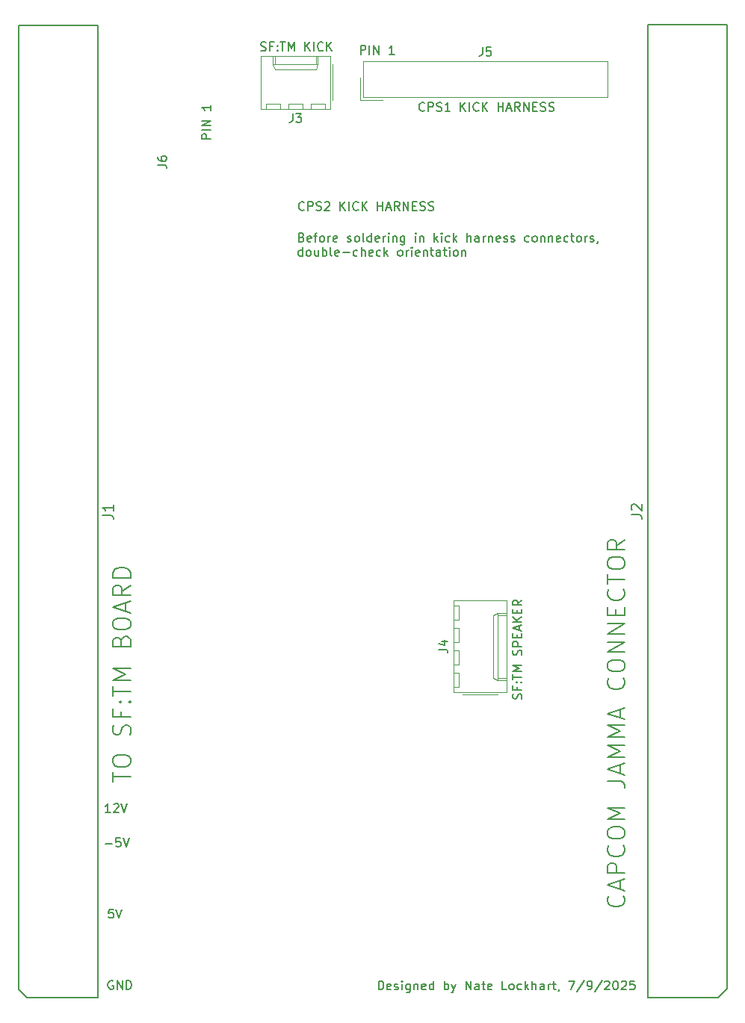
<source format=gbr>
%TF.GenerationSoftware,KiCad,Pcbnew,9.0.2*%
%TF.CreationDate,2025-07-09T23:55:51-04:00*%
%TF.ProjectId,jammaSFTM-CPS,6a616d6d-6153-4465-944d-2d4350532e6b,rev?*%
%TF.SameCoordinates,Original*%
%TF.FileFunction,Legend,Top*%
%TF.FilePolarity,Positive*%
%FSLAX46Y46*%
G04 Gerber Fmt 4.6, Leading zero omitted, Abs format (unit mm)*
G04 Created by KiCad (PCBNEW 9.0.2) date 2025-07-09 23:55:51*
%MOMM*%
%LPD*%
G01*
G04 APERTURE LIST*
%ADD10C,0.150000*%
%ADD11C,0.120000*%
G04 APERTURE END LIST*
D10*
X100844579Y-156968819D02*
X100844579Y-155968819D01*
X100844579Y-155968819D02*
X101082674Y-155968819D01*
X101082674Y-155968819D02*
X101225531Y-156016438D01*
X101225531Y-156016438D02*
X101320769Y-156111676D01*
X101320769Y-156111676D02*
X101368388Y-156206914D01*
X101368388Y-156206914D02*
X101416007Y-156397390D01*
X101416007Y-156397390D02*
X101416007Y-156540247D01*
X101416007Y-156540247D02*
X101368388Y-156730723D01*
X101368388Y-156730723D02*
X101320769Y-156825961D01*
X101320769Y-156825961D02*
X101225531Y-156921200D01*
X101225531Y-156921200D02*
X101082674Y-156968819D01*
X101082674Y-156968819D02*
X100844579Y-156968819D01*
X102225531Y-156921200D02*
X102130293Y-156968819D01*
X102130293Y-156968819D02*
X101939817Y-156968819D01*
X101939817Y-156968819D02*
X101844579Y-156921200D01*
X101844579Y-156921200D02*
X101796960Y-156825961D01*
X101796960Y-156825961D02*
X101796960Y-156445009D01*
X101796960Y-156445009D02*
X101844579Y-156349771D01*
X101844579Y-156349771D02*
X101939817Y-156302152D01*
X101939817Y-156302152D02*
X102130293Y-156302152D01*
X102130293Y-156302152D02*
X102225531Y-156349771D01*
X102225531Y-156349771D02*
X102273150Y-156445009D01*
X102273150Y-156445009D02*
X102273150Y-156540247D01*
X102273150Y-156540247D02*
X101796960Y-156635485D01*
X102654103Y-156921200D02*
X102749341Y-156968819D01*
X102749341Y-156968819D02*
X102939817Y-156968819D01*
X102939817Y-156968819D02*
X103035055Y-156921200D01*
X103035055Y-156921200D02*
X103082674Y-156825961D01*
X103082674Y-156825961D02*
X103082674Y-156778342D01*
X103082674Y-156778342D02*
X103035055Y-156683104D01*
X103035055Y-156683104D02*
X102939817Y-156635485D01*
X102939817Y-156635485D02*
X102796960Y-156635485D01*
X102796960Y-156635485D02*
X102701722Y-156587866D01*
X102701722Y-156587866D02*
X102654103Y-156492628D01*
X102654103Y-156492628D02*
X102654103Y-156445009D01*
X102654103Y-156445009D02*
X102701722Y-156349771D01*
X102701722Y-156349771D02*
X102796960Y-156302152D01*
X102796960Y-156302152D02*
X102939817Y-156302152D01*
X102939817Y-156302152D02*
X103035055Y-156349771D01*
X103511246Y-156968819D02*
X103511246Y-156302152D01*
X103511246Y-155968819D02*
X103463627Y-156016438D01*
X103463627Y-156016438D02*
X103511246Y-156064057D01*
X103511246Y-156064057D02*
X103558865Y-156016438D01*
X103558865Y-156016438D02*
X103511246Y-155968819D01*
X103511246Y-155968819D02*
X103511246Y-156064057D01*
X104416007Y-156302152D02*
X104416007Y-157111676D01*
X104416007Y-157111676D02*
X104368388Y-157206914D01*
X104368388Y-157206914D02*
X104320769Y-157254533D01*
X104320769Y-157254533D02*
X104225531Y-157302152D01*
X104225531Y-157302152D02*
X104082674Y-157302152D01*
X104082674Y-157302152D02*
X103987436Y-157254533D01*
X104416007Y-156921200D02*
X104320769Y-156968819D01*
X104320769Y-156968819D02*
X104130293Y-156968819D01*
X104130293Y-156968819D02*
X104035055Y-156921200D01*
X104035055Y-156921200D02*
X103987436Y-156873580D01*
X103987436Y-156873580D02*
X103939817Y-156778342D01*
X103939817Y-156778342D02*
X103939817Y-156492628D01*
X103939817Y-156492628D02*
X103987436Y-156397390D01*
X103987436Y-156397390D02*
X104035055Y-156349771D01*
X104035055Y-156349771D02*
X104130293Y-156302152D01*
X104130293Y-156302152D02*
X104320769Y-156302152D01*
X104320769Y-156302152D02*
X104416007Y-156349771D01*
X104892198Y-156302152D02*
X104892198Y-156968819D01*
X104892198Y-156397390D02*
X104939817Y-156349771D01*
X104939817Y-156349771D02*
X105035055Y-156302152D01*
X105035055Y-156302152D02*
X105177912Y-156302152D01*
X105177912Y-156302152D02*
X105273150Y-156349771D01*
X105273150Y-156349771D02*
X105320769Y-156445009D01*
X105320769Y-156445009D02*
X105320769Y-156968819D01*
X106177912Y-156921200D02*
X106082674Y-156968819D01*
X106082674Y-156968819D02*
X105892198Y-156968819D01*
X105892198Y-156968819D02*
X105796960Y-156921200D01*
X105796960Y-156921200D02*
X105749341Y-156825961D01*
X105749341Y-156825961D02*
X105749341Y-156445009D01*
X105749341Y-156445009D02*
X105796960Y-156349771D01*
X105796960Y-156349771D02*
X105892198Y-156302152D01*
X105892198Y-156302152D02*
X106082674Y-156302152D01*
X106082674Y-156302152D02*
X106177912Y-156349771D01*
X106177912Y-156349771D02*
X106225531Y-156445009D01*
X106225531Y-156445009D02*
X106225531Y-156540247D01*
X106225531Y-156540247D02*
X105749341Y-156635485D01*
X107082674Y-156968819D02*
X107082674Y-155968819D01*
X107082674Y-156921200D02*
X106987436Y-156968819D01*
X106987436Y-156968819D02*
X106796960Y-156968819D01*
X106796960Y-156968819D02*
X106701722Y-156921200D01*
X106701722Y-156921200D02*
X106654103Y-156873580D01*
X106654103Y-156873580D02*
X106606484Y-156778342D01*
X106606484Y-156778342D02*
X106606484Y-156492628D01*
X106606484Y-156492628D02*
X106654103Y-156397390D01*
X106654103Y-156397390D02*
X106701722Y-156349771D01*
X106701722Y-156349771D02*
X106796960Y-156302152D01*
X106796960Y-156302152D02*
X106987436Y-156302152D01*
X106987436Y-156302152D02*
X107082674Y-156349771D01*
X108320770Y-156968819D02*
X108320770Y-155968819D01*
X108320770Y-156349771D02*
X108416008Y-156302152D01*
X108416008Y-156302152D02*
X108606484Y-156302152D01*
X108606484Y-156302152D02*
X108701722Y-156349771D01*
X108701722Y-156349771D02*
X108749341Y-156397390D01*
X108749341Y-156397390D02*
X108796960Y-156492628D01*
X108796960Y-156492628D02*
X108796960Y-156778342D01*
X108796960Y-156778342D02*
X108749341Y-156873580D01*
X108749341Y-156873580D02*
X108701722Y-156921200D01*
X108701722Y-156921200D02*
X108606484Y-156968819D01*
X108606484Y-156968819D02*
X108416008Y-156968819D01*
X108416008Y-156968819D02*
X108320770Y-156921200D01*
X109130294Y-156302152D02*
X109368389Y-156968819D01*
X109606484Y-156302152D02*
X109368389Y-156968819D01*
X109368389Y-156968819D02*
X109273151Y-157206914D01*
X109273151Y-157206914D02*
X109225532Y-157254533D01*
X109225532Y-157254533D02*
X109130294Y-157302152D01*
X110749342Y-156968819D02*
X110749342Y-155968819D01*
X110749342Y-155968819D02*
X111320770Y-156968819D01*
X111320770Y-156968819D02*
X111320770Y-155968819D01*
X112225532Y-156968819D02*
X112225532Y-156445009D01*
X112225532Y-156445009D02*
X112177913Y-156349771D01*
X112177913Y-156349771D02*
X112082675Y-156302152D01*
X112082675Y-156302152D02*
X111892199Y-156302152D01*
X111892199Y-156302152D02*
X111796961Y-156349771D01*
X112225532Y-156921200D02*
X112130294Y-156968819D01*
X112130294Y-156968819D02*
X111892199Y-156968819D01*
X111892199Y-156968819D02*
X111796961Y-156921200D01*
X111796961Y-156921200D02*
X111749342Y-156825961D01*
X111749342Y-156825961D02*
X111749342Y-156730723D01*
X111749342Y-156730723D02*
X111796961Y-156635485D01*
X111796961Y-156635485D02*
X111892199Y-156587866D01*
X111892199Y-156587866D02*
X112130294Y-156587866D01*
X112130294Y-156587866D02*
X112225532Y-156540247D01*
X112558866Y-156302152D02*
X112939818Y-156302152D01*
X112701723Y-155968819D02*
X112701723Y-156825961D01*
X112701723Y-156825961D02*
X112749342Y-156921200D01*
X112749342Y-156921200D02*
X112844580Y-156968819D01*
X112844580Y-156968819D02*
X112939818Y-156968819D01*
X113654104Y-156921200D02*
X113558866Y-156968819D01*
X113558866Y-156968819D02*
X113368390Y-156968819D01*
X113368390Y-156968819D02*
X113273152Y-156921200D01*
X113273152Y-156921200D02*
X113225533Y-156825961D01*
X113225533Y-156825961D02*
X113225533Y-156445009D01*
X113225533Y-156445009D02*
X113273152Y-156349771D01*
X113273152Y-156349771D02*
X113368390Y-156302152D01*
X113368390Y-156302152D02*
X113558866Y-156302152D01*
X113558866Y-156302152D02*
X113654104Y-156349771D01*
X113654104Y-156349771D02*
X113701723Y-156445009D01*
X113701723Y-156445009D02*
X113701723Y-156540247D01*
X113701723Y-156540247D02*
X113225533Y-156635485D01*
X115368390Y-156968819D02*
X114892200Y-156968819D01*
X114892200Y-156968819D02*
X114892200Y-155968819D01*
X115844581Y-156968819D02*
X115749343Y-156921200D01*
X115749343Y-156921200D02*
X115701724Y-156873580D01*
X115701724Y-156873580D02*
X115654105Y-156778342D01*
X115654105Y-156778342D02*
X115654105Y-156492628D01*
X115654105Y-156492628D02*
X115701724Y-156397390D01*
X115701724Y-156397390D02*
X115749343Y-156349771D01*
X115749343Y-156349771D02*
X115844581Y-156302152D01*
X115844581Y-156302152D02*
X115987438Y-156302152D01*
X115987438Y-156302152D02*
X116082676Y-156349771D01*
X116082676Y-156349771D02*
X116130295Y-156397390D01*
X116130295Y-156397390D02*
X116177914Y-156492628D01*
X116177914Y-156492628D02*
X116177914Y-156778342D01*
X116177914Y-156778342D02*
X116130295Y-156873580D01*
X116130295Y-156873580D02*
X116082676Y-156921200D01*
X116082676Y-156921200D02*
X115987438Y-156968819D01*
X115987438Y-156968819D02*
X115844581Y-156968819D01*
X117035057Y-156921200D02*
X116939819Y-156968819D01*
X116939819Y-156968819D02*
X116749343Y-156968819D01*
X116749343Y-156968819D02*
X116654105Y-156921200D01*
X116654105Y-156921200D02*
X116606486Y-156873580D01*
X116606486Y-156873580D02*
X116558867Y-156778342D01*
X116558867Y-156778342D02*
X116558867Y-156492628D01*
X116558867Y-156492628D02*
X116606486Y-156397390D01*
X116606486Y-156397390D02*
X116654105Y-156349771D01*
X116654105Y-156349771D02*
X116749343Y-156302152D01*
X116749343Y-156302152D02*
X116939819Y-156302152D01*
X116939819Y-156302152D02*
X117035057Y-156349771D01*
X117463629Y-156968819D02*
X117463629Y-155968819D01*
X117558867Y-156587866D02*
X117844581Y-156968819D01*
X117844581Y-156302152D02*
X117463629Y-156683104D01*
X118273153Y-156968819D02*
X118273153Y-155968819D01*
X118701724Y-156968819D02*
X118701724Y-156445009D01*
X118701724Y-156445009D02*
X118654105Y-156349771D01*
X118654105Y-156349771D02*
X118558867Y-156302152D01*
X118558867Y-156302152D02*
X118416010Y-156302152D01*
X118416010Y-156302152D02*
X118320772Y-156349771D01*
X118320772Y-156349771D02*
X118273153Y-156397390D01*
X119606486Y-156968819D02*
X119606486Y-156445009D01*
X119606486Y-156445009D02*
X119558867Y-156349771D01*
X119558867Y-156349771D02*
X119463629Y-156302152D01*
X119463629Y-156302152D02*
X119273153Y-156302152D01*
X119273153Y-156302152D02*
X119177915Y-156349771D01*
X119606486Y-156921200D02*
X119511248Y-156968819D01*
X119511248Y-156968819D02*
X119273153Y-156968819D01*
X119273153Y-156968819D02*
X119177915Y-156921200D01*
X119177915Y-156921200D02*
X119130296Y-156825961D01*
X119130296Y-156825961D02*
X119130296Y-156730723D01*
X119130296Y-156730723D02*
X119177915Y-156635485D01*
X119177915Y-156635485D02*
X119273153Y-156587866D01*
X119273153Y-156587866D02*
X119511248Y-156587866D01*
X119511248Y-156587866D02*
X119606486Y-156540247D01*
X120082677Y-156968819D02*
X120082677Y-156302152D01*
X120082677Y-156492628D02*
X120130296Y-156397390D01*
X120130296Y-156397390D02*
X120177915Y-156349771D01*
X120177915Y-156349771D02*
X120273153Y-156302152D01*
X120273153Y-156302152D02*
X120368391Y-156302152D01*
X120558868Y-156302152D02*
X120939820Y-156302152D01*
X120701725Y-155968819D02*
X120701725Y-156825961D01*
X120701725Y-156825961D02*
X120749344Y-156921200D01*
X120749344Y-156921200D02*
X120844582Y-156968819D01*
X120844582Y-156968819D02*
X120939820Y-156968819D01*
X121320773Y-156921200D02*
X121320773Y-156968819D01*
X121320773Y-156968819D02*
X121273154Y-157064057D01*
X121273154Y-157064057D02*
X121225535Y-157111676D01*
X122416011Y-155968819D02*
X123082677Y-155968819D01*
X123082677Y-155968819D02*
X122654106Y-156968819D01*
X124177915Y-155921200D02*
X123320773Y-157206914D01*
X124558868Y-156968819D02*
X124749344Y-156968819D01*
X124749344Y-156968819D02*
X124844582Y-156921200D01*
X124844582Y-156921200D02*
X124892201Y-156873580D01*
X124892201Y-156873580D02*
X124987439Y-156730723D01*
X124987439Y-156730723D02*
X125035058Y-156540247D01*
X125035058Y-156540247D02*
X125035058Y-156159295D01*
X125035058Y-156159295D02*
X124987439Y-156064057D01*
X124987439Y-156064057D02*
X124939820Y-156016438D01*
X124939820Y-156016438D02*
X124844582Y-155968819D01*
X124844582Y-155968819D02*
X124654106Y-155968819D01*
X124654106Y-155968819D02*
X124558868Y-156016438D01*
X124558868Y-156016438D02*
X124511249Y-156064057D01*
X124511249Y-156064057D02*
X124463630Y-156159295D01*
X124463630Y-156159295D02*
X124463630Y-156397390D01*
X124463630Y-156397390D02*
X124511249Y-156492628D01*
X124511249Y-156492628D02*
X124558868Y-156540247D01*
X124558868Y-156540247D02*
X124654106Y-156587866D01*
X124654106Y-156587866D02*
X124844582Y-156587866D01*
X124844582Y-156587866D02*
X124939820Y-156540247D01*
X124939820Y-156540247D02*
X124987439Y-156492628D01*
X124987439Y-156492628D02*
X125035058Y-156397390D01*
X126177915Y-155921200D02*
X125320773Y-157206914D01*
X126463630Y-156064057D02*
X126511249Y-156016438D01*
X126511249Y-156016438D02*
X126606487Y-155968819D01*
X126606487Y-155968819D02*
X126844582Y-155968819D01*
X126844582Y-155968819D02*
X126939820Y-156016438D01*
X126939820Y-156016438D02*
X126987439Y-156064057D01*
X126987439Y-156064057D02*
X127035058Y-156159295D01*
X127035058Y-156159295D02*
X127035058Y-156254533D01*
X127035058Y-156254533D02*
X126987439Y-156397390D01*
X126987439Y-156397390D02*
X126416011Y-156968819D01*
X126416011Y-156968819D02*
X127035058Y-156968819D01*
X127654106Y-155968819D02*
X127749344Y-155968819D01*
X127749344Y-155968819D02*
X127844582Y-156016438D01*
X127844582Y-156016438D02*
X127892201Y-156064057D01*
X127892201Y-156064057D02*
X127939820Y-156159295D01*
X127939820Y-156159295D02*
X127987439Y-156349771D01*
X127987439Y-156349771D02*
X127987439Y-156587866D01*
X127987439Y-156587866D02*
X127939820Y-156778342D01*
X127939820Y-156778342D02*
X127892201Y-156873580D01*
X127892201Y-156873580D02*
X127844582Y-156921200D01*
X127844582Y-156921200D02*
X127749344Y-156968819D01*
X127749344Y-156968819D02*
X127654106Y-156968819D01*
X127654106Y-156968819D02*
X127558868Y-156921200D01*
X127558868Y-156921200D02*
X127511249Y-156873580D01*
X127511249Y-156873580D02*
X127463630Y-156778342D01*
X127463630Y-156778342D02*
X127416011Y-156587866D01*
X127416011Y-156587866D02*
X127416011Y-156349771D01*
X127416011Y-156349771D02*
X127463630Y-156159295D01*
X127463630Y-156159295D02*
X127511249Y-156064057D01*
X127511249Y-156064057D02*
X127558868Y-156016438D01*
X127558868Y-156016438D02*
X127654106Y-155968819D01*
X128368392Y-156064057D02*
X128416011Y-156016438D01*
X128416011Y-156016438D02*
X128511249Y-155968819D01*
X128511249Y-155968819D02*
X128749344Y-155968819D01*
X128749344Y-155968819D02*
X128844582Y-156016438D01*
X128844582Y-156016438D02*
X128892201Y-156064057D01*
X128892201Y-156064057D02*
X128939820Y-156159295D01*
X128939820Y-156159295D02*
X128939820Y-156254533D01*
X128939820Y-156254533D02*
X128892201Y-156397390D01*
X128892201Y-156397390D02*
X128320773Y-156968819D01*
X128320773Y-156968819D02*
X128939820Y-156968819D01*
X129844582Y-155968819D02*
X129368392Y-155968819D01*
X129368392Y-155968819D02*
X129320773Y-156445009D01*
X129320773Y-156445009D02*
X129368392Y-156397390D01*
X129368392Y-156397390D02*
X129463630Y-156349771D01*
X129463630Y-156349771D02*
X129701725Y-156349771D01*
X129701725Y-156349771D02*
X129796963Y-156397390D01*
X129796963Y-156397390D02*
X129844582Y-156445009D01*
X129844582Y-156445009D02*
X129892201Y-156540247D01*
X129892201Y-156540247D02*
X129892201Y-156778342D01*
X129892201Y-156778342D02*
X129844582Y-156873580D01*
X129844582Y-156873580D02*
X129796963Y-156921200D01*
X129796963Y-156921200D02*
X129701725Y-156968819D01*
X129701725Y-156968819D02*
X129463630Y-156968819D01*
X129463630Y-156968819D02*
X129368392Y-156921200D01*
X129368392Y-156921200D02*
X129320773Y-156873580D01*
X70456588Y-136877419D02*
X69885160Y-136877419D01*
X70170874Y-136877419D02*
X70170874Y-135877419D01*
X70170874Y-135877419D02*
X70075636Y-136020276D01*
X70075636Y-136020276D02*
X69980398Y-136115514D01*
X69980398Y-136115514D02*
X69885160Y-136163133D01*
X70837541Y-135972657D02*
X70885160Y-135925038D01*
X70885160Y-135925038D02*
X70980398Y-135877419D01*
X70980398Y-135877419D02*
X71218493Y-135877419D01*
X71218493Y-135877419D02*
X71313731Y-135925038D01*
X71313731Y-135925038D02*
X71361350Y-135972657D01*
X71361350Y-135972657D02*
X71408969Y-136067895D01*
X71408969Y-136067895D02*
X71408969Y-136163133D01*
X71408969Y-136163133D02*
X71361350Y-136305990D01*
X71361350Y-136305990D02*
X70789922Y-136877419D01*
X70789922Y-136877419D02*
X71408969Y-136877419D01*
X71694684Y-135877419D02*
X72028017Y-136877419D01*
X72028017Y-136877419D02*
X72361350Y-135877419D01*
X69881979Y-140382666D02*
X70643884Y-140382666D01*
X71596264Y-139763619D02*
X71120074Y-139763619D01*
X71120074Y-139763619D02*
X71072455Y-140239809D01*
X71072455Y-140239809D02*
X71120074Y-140192190D01*
X71120074Y-140192190D02*
X71215312Y-140144571D01*
X71215312Y-140144571D02*
X71453407Y-140144571D01*
X71453407Y-140144571D02*
X71548645Y-140192190D01*
X71548645Y-140192190D02*
X71596264Y-140239809D01*
X71596264Y-140239809D02*
X71643883Y-140335047D01*
X71643883Y-140335047D02*
X71643883Y-140573142D01*
X71643883Y-140573142D02*
X71596264Y-140668380D01*
X71596264Y-140668380D02*
X71548645Y-140716000D01*
X71548645Y-140716000D02*
X71453407Y-140763619D01*
X71453407Y-140763619D02*
X71215312Y-140763619D01*
X71215312Y-140763619D02*
X71120074Y-140716000D01*
X71120074Y-140716000D02*
X71072455Y-140668380D01*
X71929598Y-139763619D02*
X72262931Y-140763619D01*
X72262931Y-140763619D02*
X72596264Y-139763619D01*
X70789969Y-147840819D02*
X70313779Y-147840819D01*
X70313779Y-147840819D02*
X70266160Y-148317009D01*
X70266160Y-148317009D02*
X70313779Y-148269390D01*
X70313779Y-148269390D02*
X70409017Y-148221771D01*
X70409017Y-148221771D02*
X70647112Y-148221771D01*
X70647112Y-148221771D02*
X70742350Y-148269390D01*
X70742350Y-148269390D02*
X70789969Y-148317009D01*
X70789969Y-148317009D02*
X70837588Y-148412247D01*
X70837588Y-148412247D02*
X70837588Y-148650342D01*
X70837588Y-148650342D02*
X70789969Y-148745580D01*
X70789969Y-148745580D02*
X70742350Y-148793200D01*
X70742350Y-148793200D02*
X70647112Y-148840819D01*
X70647112Y-148840819D02*
X70409017Y-148840819D01*
X70409017Y-148840819D02*
X70313779Y-148793200D01*
X70313779Y-148793200D02*
X70266160Y-148745580D01*
X71123303Y-147840819D02*
X71456636Y-148840819D01*
X71456636Y-148840819D02*
X71789969Y-147840819D01*
X70761388Y-155965638D02*
X70666150Y-155918019D01*
X70666150Y-155918019D02*
X70523293Y-155918019D01*
X70523293Y-155918019D02*
X70380436Y-155965638D01*
X70380436Y-155965638D02*
X70285198Y-156060876D01*
X70285198Y-156060876D02*
X70237579Y-156156114D01*
X70237579Y-156156114D02*
X70189960Y-156346590D01*
X70189960Y-156346590D02*
X70189960Y-156489447D01*
X70189960Y-156489447D02*
X70237579Y-156679923D01*
X70237579Y-156679923D02*
X70285198Y-156775161D01*
X70285198Y-156775161D02*
X70380436Y-156870400D01*
X70380436Y-156870400D02*
X70523293Y-156918019D01*
X70523293Y-156918019D02*
X70618531Y-156918019D01*
X70618531Y-156918019D02*
X70761388Y-156870400D01*
X70761388Y-156870400D02*
X70809007Y-156822780D01*
X70809007Y-156822780D02*
X70809007Y-156489447D01*
X70809007Y-156489447D02*
X70618531Y-156489447D01*
X71237579Y-156918019D02*
X71237579Y-155918019D01*
X71237579Y-155918019D02*
X71809007Y-156918019D01*
X71809007Y-156918019D02*
X71809007Y-155918019D01*
X72285198Y-156918019D02*
X72285198Y-155918019D01*
X72285198Y-155918019D02*
X72523293Y-155918019D01*
X72523293Y-155918019D02*
X72666150Y-155965638D01*
X72666150Y-155965638D02*
X72761388Y-156060876D01*
X72761388Y-156060876D02*
X72809007Y-156156114D01*
X72809007Y-156156114D02*
X72856626Y-156346590D01*
X72856626Y-156346590D02*
X72856626Y-156489447D01*
X72856626Y-156489447D02*
X72809007Y-156679923D01*
X72809007Y-156679923D02*
X72761388Y-156775161D01*
X72761388Y-156775161D02*
X72666150Y-156870400D01*
X72666150Y-156870400D02*
X72523293Y-156918019D01*
X72523293Y-156918019D02*
X72285198Y-156918019D01*
X92135512Y-71650065D02*
X92278369Y-71697684D01*
X92278369Y-71697684D02*
X92325988Y-71745303D01*
X92325988Y-71745303D02*
X92373607Y-71840541D01*
X92373607Y-71840541D02*
X92373607Y-71983398D01*
X92373607Y-71983398D02*
X92325988Y-72078636D01*
X92325988Y-72078636D02*
X92278369Y-72126256D01*
X92278369Y-72126256D02*
X92183131Y-72173875D01*
X92183131Y-72173875D02*
X91802179Y-72173875D01*
X91802179Y-72173875D02*
X91802179Y-71173875D01*
X91802179Y-71173875D02*
X92135512Y-71173875D01*
X92135512Y-71173875D02*
X92230750Y-71221494D01*
X92230750Y-71221494D02*
X92278369Y-71269113D01*
X92278369Y-71269113D02*
X92325988Y-71364351D01*
X92325988Y-71364351D02*
X92325988Y-71459589D01*
X92325988Y-71459589D02*
X92278369Y-71554827D01*
X92278369Y-71554827D02*
X92230750Y-71602446D01*
X92230750Y-71602446D02*
X92135512Y-71650065D01*
X92135512Y-71650065D02*
X91802179Y-71650065D01*
X93183131Y-72126256D02*
X93087893Y-72173875D01*
X93087893Y-72173875D02*
X92897417Y-72173875D01*
X92897417Y-72173875D02*
X92802179Y-72126256D01*
X92802179Y-72126256D02*
X92754560Y-72031017D01*
X92754560Y-72031017D02*
X92754560Y-71650065D01*
X92754560Y-71650065D02*
X92802179Y-71554827D01*
X92802179Y-71554827D02*
X92897417Y-71507208D01*
X92897417Y-71507208D02*
X93087893Y-71507208D01*
X93087893Y-71507208D02*
X93183131Y-71554827D01*
X93183131Y-71554827D02*
X93230750Y-71650065D01*
X93230750Y-71650065D02*
X93230750Y-71745303D01*
X93230750Y-71745303D02*
X92754560Y-71840541D01*
X93516465Y-71507208D02*
X93897417Y-71507208D01*
X93659322Y-72173875D02*
X93659322Y-71316732D01*
X93659322Y-71316732D02*
X93706941Y-71221494D01*
X93706941Y-71221494D02*
X93802179Y-71173875D01*
X93802179Y-71173875D02*
X93897417Y-71173875D01*
X94373608Y-72173875D02*
X94278370Y-72126256D01*
X94278370Y-72126256D02*
X94230751Y-72078636D01*
X94230751Y-72078636D02*
X94183132Y-71983398D01*
X94183132Y-71983398D02*
X94183132Y-71697684D01*
X94183132Y-71697684D02*
X94230751Y-71602446D01*
X94230751Y-71602446D02*
X94278370Y-71554827D01*
X94278370Y-71554827D02*
X94373608Y-71507208D01*
X94373608Y-71507208D02*
X94516465Y-71507208D01*
X94516465Y-71507208D02*
X94611703Y-71554827D01*
X94611703Y-71554827D02*
X94659322Y-71602446D01*
X94659322Y-71602446D02*
X94706941Y-71697684D01*
X94706941Y-71697684D02*
X94706941Y-71983398D01*
X94706941Y-71983398D02*
X94659322Y-72078636D01*
X94659322Y-72078636D02*
X94611703Y-72126256D01*
X94611703Y-72126256D02*
X94516465Y-72173875D01*
X94516465Y-72173875D02*
X94373608Y-72173875D01*
X95135513Y-72173875D02*
X95135513Y-71507208D01*
X95135513Y-71697684D02*
X95183132Y-71602446D01*
X95183132Y-71602446D02*
X95230751Y-71554827D01*
X95230751Y-71554827D02*
X95325989Y-71507208D01*
X95325989Y-71507208D02*
X95421227Y-71507208D01*
X96135513Y-72126256D02*
X96040275Y-72173875D01*
X96040275Y-72173875D02*
X95849799Y-72173875D01*
X95849799Y-72173875D02*
X95754561Y-72126256D01*
X95754561Y-72126256D02*
X95706942Y-72031017D01*
X95706942Y-72031017D02*
X95706942Y-71650065D01*
X95706942Y-71650065D02*
X95754561Y-71554827D01*
X95754561Y-71554827D02*
X95849799Y-71507208D01*
X95849799Y-71507208D02*
X96040275Y-71507208D01*
X96040275Y-71507208D02*
X96135513Y-71554827D01*
X96135513Y-71554827D02*
X96183132Y-71650065D01*
X96183132Y-71650065D02*
X96183132Y-71745303D01*
X96183132Y-71745303D02*
X95706942Y-71840541D01*
X97325990Y-72126256D02*
X97421228Y-72173875D01*
X97421228Y-72173875D02*
X97611704Y-72173875D01*
X97611704Y-72173875D02*
X97706942Y-72126256D01*
X97706942Y-72126256D02*
X97754561Y-72031017D01*
X97754561Y-72031017D02*
X97754561Y-71983398D01*
X97754561Y-71983398D02*
X97706942Y-71888160D01*
X97706942Y-71888160D02*
X97611704Y-71840541D01*
X97611704Y-71840541D02*
X97468847Y-71840541D01*
X97468847Y-71840541D02*
X97373609Y-71792922D01*
X97373609Y-71792922D02*
X97325990Y-71697684D01*
X97325990Y-71697684D02*
X97325990Y-71650065D01*
X97325990Y-71650065D02*
X97373609Y-71554827D01*
X97373609Y-71554827D02*
X97468847Y-71507208D01*
X97468847Y-71507208D02*
X97611704Y-71507208D01*
X97611704Y-71507208D02*
X97706942Y-71554827D01*
X98325990Y-72173875D02*
X98230752Y-72126256D01*
X98230752Y-72126256D02*
X98183133Y-72078636D01*
X98183133Y-72078636D02*
X98135514Y-71983398D01*
X98135514Y-71983398D02*
X98135514Y-71697684D01*
X98135514Y-71697684D02*
X98183133Y-71602446D01*
X98183133Y-71602446D02*
X98230752Y-71554827D01*
X98230752Y-71554827D02*
X98325990Y-71507208D01*
X98325990Y-71507208D02*
X98468847Y-71507208D01*
X98468847Y-71507208D02*
X98564085Y-71554827D01*
X98564085Y-71554827D02*
X98611704Y-71602446D01*
X98611704Y-71602446D02*
X98659323Y-71697684D01*
X98659323Y-71697684D02*
X98659323Y-71983398D01*
X98659323Y-71983398D02*
X98611704Y-72078636D01*
X98611704Y-72078636D02*
X98564085Y-72126256D01*
X98564085Y-72126256D02*
X98468847Y-72173875D01*
X98468847Y-72173875D02*
X98325990Y-72173875D01*
X99230752Y-72173875D02*
X99135514Y-72126256D01*
X99135514Y-72126256D02*
X99087895Y-72031017D01*
X99087895Y-72031017D02*
X99087895Y-71173875D01*
X100040276Y-72173875D02*
X100040276Y-71173875D01*
X100040276Y-72126256D02*
X99945038Y-72173875D01*
X99945038Y-72173875D02*
X99754562Y-72173875D01*
X99754562Y-72173875D02*
X99659324Y-72126256D01*
X99659324Y-72126256D02*
X99611705Y-72078636D01*
X99611705Y-72078636D02*
X99564086Y-71983398D01*
X99564086Y-71983398D02*
X99564086Y-71697684D01*
X99564086Y-71697684D02*
X99611705Y-71602446D01*
X99611705Y-71602446D02*
X99659324Y-71554827D01*
X99659324Y-71554827D02*
X99754562Y-71507208D01*
X99754562Y-71507208D02*
X99945038Y-71507208D01*
X99945038Y-71507208D02*
X100040276Y-71554827D01*
X100897419Y-72126256D02*
X100802181Y-72173875D01*
X100802181Y-72173875D02*
X100611705Y-72173875D01*
X100611705Y-72173875D02*
X100516467Y-72126256D01*
X100516467Y-72126256D02*
X100468848Y-72031017D01*
X100468848Y-72031017D02*
X100468848Y-71650065D01*
X100468848Y-71650065D02*
X100516467Y-71554827D01*
X100516467Y-71554827D02*
X100611705Y-71507208D01*
X100611705Y-71507208D02*
X100802181Y-71507208D01*
X100802181Y-71507208D02*
X100897419Y-71554827D01*
X100897419Y-71554827D02*
X100945038Y-71650065D01*
X100945038Y-71650065D02*
X100945038Y-71745303D01*
X100945038Y-71745303D02*
X100468848Y-71840541D01*
X101373610Y-72173875D02*
X101373610Y-71507208D01*
X101373610Y-71697684D02*
X101421229Y-71602446D01*
X101421229Y-71602446D02*
X101468848Y-71554827D01*
X101468848Y-71554827D02*
X101564086Y-71507208D01*
X101564086Y-71507208D02*
X101659324Y-71507208D01*
X101992658Y-72173875D02*
X101992658Y-71507208D01*
X101992658Y-71173875D02*
X101945039Y-71221494D01*
X101945039Y-71221494D02*
X101992658Y-71269113D01*
X101992658Y-71269113D02*
X102040277Y-71221494D01*
X102040277Y-71221494D02*
X101992658Y-71173875D01*
X101992658Y-71173875D02*
X101992658Y-71269113D01*
X102468848Y-71507208D02*
X102468848Y-72173875D01*
X102468848Y-71602446D02*
X102516467Y-71554827D01*
X102516467Y-71554827D02*
X102611705Y-71507208D01*
X102611705Y-71507208D02*
X102754562Y-71507208D01*
X102754562Y-71507208D02*
X102849800Y-71554827D01*
X102849800Y-71554827D02*
X102897419Y-71650065D01*
X102897419Y-71650065D02*
X102897419Y-72173875D01*
X103802181Y-71507208D02*
X103802181Y-72316732D01*
X103802181Y-72316732D02*
X103754562Y-72411970D01*
X103754562Y-72411970D02*
X103706943Y-72459589D01*
X103706943Y-72459589D02*
X103611705Y-72507208D01*
X103611705Y-72507208D02*
X103468848Y-72507208D01*
X103468848Y-72507208D02*
X103373610Y-72459589D01*
X103802181Y-72126256D02*
X103706943Y-72173875D01*
X103706943Y-72173875D02*
X103516467Y-72173875D01*
X103516467Y-72173875D02*
X103421229Y-72126256D01*
X103421229Y-72126256D02*
X103373610Y-72078636D01*
X103373610Y-72078636D02*
X103325991Y-71983398D01*
X103325991Y-71983398D02*
X103325991Y-71697684D01*
X103325991Y-71697684D02*
X103373610Y-71602446D01*
X103373610Y-71602446D02*
X103421229Y-71554827D01*
X103421229Y-71554827D02*
X103516467Y-71507208D01*
X103516467Y-71507208D02*
X103706943Y-71507208D01*
X103706943Y-71507208D02*
X103802181Y-71554827D01*
X105040277Y-72173875D02*
X105040277Y-71507208D01*
X105040277Y-71173875D02*
X104992658Y-71221494D01*
X104992658Y-71221494D02*
X105040277Y-71269113D01*
X105040277Y-71269113D02*
X105087896Y-71221494D01*
X105087896Y-71221494D02*
X105040277Y-71173875D01*
X105040277Y-71173875D02*
X105040277Y-71269113D01*
X105516467Y-71507208D02*
X105516467Y-72173875D01*
X105516467Y-71602446D02*
X105564086Y-71554827D01*
X105564086Y-71554827D02*
X105659324Y-71507208D01*
X105659324Y-71507208D02*
X105802181Y-71507208D01*
X105802181Y-71507208D02*
X105897419Y-71554827D01*
X105897419Y-71554827D02*
X105945038Y-71650065D01*
X105945038Y-71650065D02*
X105945038Y-72173875D01*
X107183134Y-72173875D02*
X107183134Y-71173875D01*
X107278372Y-71792922D02*
X107564086Y-72173875D01*
X107564086Y-71507208D02*
X107183134Y-71888160D01*
X107992658Y-72173875D02*
X107992658Y-71507208D01*
X107992658Y-71173875D02*
X107945039Y-71221494D01*
X107945039Y-71221494D02*
X107992658Y-71269113D01*
X107992658Y-71269113D02*
X108040277Y-71221494D01*
X108040277Y-71221494D02*
X107992658Y-71173875D01*
X107992658Y-71173875D02*
X107992658Y-71269113D01*
X108897419Y-72126256D02*
X108802181Y-72173875D01*
X108802181Y-72173875D02*
X108611705Y-72173875D01*
X108611705Y-72173875D02*
X108516467Y-72126256D01*
X108516467Y-72126256D02*
X108468848Y-72078636D01*
X108468848Y-72078636D02*
X108421229Y-71983398D01*
X108421229Y-71983398D02*
X108421229Y-71697684D01*
X108421229Y-71697684D02*
X108468848Y-71602446D01*
X108468848Y-71602446D02*
X108516467Y-71554827D01*
X108516467Y-71554827D02*
X108611705Y-71507208D01*
X108611705Y-71507208D02*
X108802181Y-71507208D01*
X108802181Y-71507208D02*
X108897419Y-71554827D01*
X109325991Y-72173875D02*
X109325991Y-71173875D01*
X109421229Y-71792922D02*
X109706943Y-72173875D01*
X109706943Y-71507208D02*
X109325991Y-71888160D01*
X110897420Y-72173875D02*
X110897420Y-71173875D01*
X111325991Y-72173875D02*
X111325991Y-71650065D01*
X111325991Y-71650065D02*
X111278372Y-71554827D01*
X111278372Y-71554827D02*
X111183134Y-71507208D01*
X111183134Y-71507208D02*
X111040277Y-71507208D01*
X111040277Y-71507208D02*
X110945039Y-71554827D01*
X110945039Y-71554827D02*
X110897420Y-71602446D01*
X112230753Y-72173875D02*
X112230753Y-71650065D01*
X112230753Y-71650065D02*
X112183134Y-71554827D01*
X112183134Y-71554827D02*
X112087896Y-71507208D01*
X112087896Y-71507208D02*
X111897420Y-71507208D01*
X111897420Y-71507208D02*
X111802182Y-71554827D01*
X112230753Y-72126256D02*
X112135515Y-72173875D01*
X112135515Y-72173875D02*
X111897420Y-72173875D01*
X111897420Y-72173875D02*
X111802182Y-72126256D01*
X111802182Y-72126256D02*
X111754563Y-72031017D01*
X111754563Y-72031017D02*
X111754563Y-71935779D01*
X111754563Y-71935779D02*
X111802182Y-71840541D01*
X111802182Y-71840541D02*
X111897420Y-71792922D01*
X111897420Y-71792922D02*
X112135515Y-71792922D01*
X112135515Y-71792922D02*
X112230753Y-71745303D01*
X112706944Y-72173875D02*
X112706944Y-71507208D01*
X112706944Y-71697684D02*
X112754563Y-71602446D01*
X112754563Y-71602446D02*
X112802182Y-71554827D01*
X112802182Y-71554827D02*
X112897420Y-71507208D01*
X112897420Y-71507208D02*
X112992658Y-71507208D01*
X113325992Y-71507208D02*
X113325992Y-72173875D01*
X113325992Y-71602446D02*
X113373611Y-71554827D01*
X113373611Y-71554827D02*
X113468849Y-71507208D01*
X113468849Y-71507208D02*
X113611706Y-71507208D01*
X113611706Y-71507208D02*
X113706944Y-71554827D01*
X113706944Y-71554827D02*
X113754563Y-71650065D01*
X113754563Y-71650065D02*
X113754563Y-72173875D01*
X114611706Y-72126256D02*
X114516468Y-72173875D01*
X114516468Y-72173875D02*
X114325992Y-72173875D01*
X114325992Y-72173875D02*
X114230754Y-72126256D01*
X114230754Y-72126256D02*
X114183135Y-72031017D01*
X114183135Y-72031017D02*
X114183135Y-71650065D01*
X114183135Y-71650065D02*
X114230754Y-71554827D01*
X114230754Y-71554827D02*
X114325992Y-71507208D01*
X114325992Y-71507208D02*
X114516468Y-71507208D01*
X114516468Y-71507208D02*
X114611706Y-71554827D01*
X114611706Y-71554827D02*
X114659325Y-71650065D01*
X114659325Y-71650065D02*
X114659325Y-71745303D01*
X114659325Y-71745303D02*
X114183135Y-71840541D01*
X115040278Y-72126256D02*
X115135516Y-72173875D01*
X115135516Y-72173875D02*
X115325992Y-72173875D01*
X115325992Y-72173875D02*
X115421230Y-72126256D01*
X115421230Y-72126256D02*
X115468849Y-72031017D01*
X115468849Y-72031017D02*
X115468849Y-71983398D01*
X115468849Y-71983398D02*
X115421230Y-71888160D01*
X115421230Y-71888160D02*
X115325992Y-71840541D01*
X115325992Y-71840541D02*
X115183135Y-71840541D01*
X115183135Y-71840541D02*
X115087897Y-71792922D01*
X115087897Y-71792922D02*
X115040278Y-71697684D01*
X115040278Y-71697684D02*
X115040278Y-71650065D01*
X115040278Y-71650065D02*
X115087897Y-71554827D01*
X115087897Y-71554827D02*
X115183135Y-71507208D01*
X115183135Y-71507208D02*
X115325992Y-71507208D01*
X115325992Y-71507208D02*
X115421230Y-71554827D01*
X115849802Y-72126256D02*
X115945040Y-72173875D01*
X115945040Y-72173875D02*
X116135516Y-72173875D01*
X116135516Y-72173875D02*
X116230754Y-72126256D01*
X116230754Y-72126256D02*
X116278373Y-72031017D01*
X116278373Y-72031017D02*
X116278373Y-71983398D01*
X116278373Y-71983398D02*
X116230754Y-71888160D01*
X116230754Y-71888160D02*
X116135516Y-71840541D01*
X116135516Y-71840541D02*
X115992659Y-71840541D01*
X115992659Y-71840541D02*
X115897421Y-71792922D01*
X115897421Y-71792922D02*
X115849802Y-71697684D01*
X115849802Y-71697684D02*
X115849802Y-71650065D01*
X115849802Y-71650065D02*
X115897421Y-71554827D01*
X115897421Y-71554827D02*
X115992659Y-71507208D01*
X115992659Y-71507208D02*
X116135516Y-71507208D01*
X116135516Y-71507208D02*
X116230754Y-71554827D01*
X117897421Y-72126256D02*
X117802183Y-72173875D01*
X117802183Y-72173875D02*
X117611707Y-72173875D01*
X117611707Y-72173875D02*
X117516469Y-72126256D01*
X117516469Y-72126256D02*
X117468850Y-72078636D01*
X117468850Y-72078636D02*
X117421231Y-71983398D01*
X117421231Y-71983398D02*
X117421231Y-71697684D01*
X117421231Y-71697684D02*
X117468850Y-71602446D01*
X117468850Y-71602446D02*
X117516469Y-71554827D01*
X117516469Y-71554827D02*
X117611707Y-71507208D01*
X117611707Y-71507208D02*
X117802183Y-71507208D01*
X117802183Y-71507208D02*
X117897421Y-71554827D01*
X118468850Y-72173875D02*
X118373612Y-72126256D01*
X118373612Y-72126256D02*
X118325993Y-72078636D01*
X118325993Y-72078636D02*
X118278374Y-71983398D01*
X118278374Y-71983398D02*
X118278374Y-71697684D01*
X118278374Y-71697684D02*
X118325993Y-71602446D01*
X118325993Y-71602446D02*
X118373612Y-71554827D01*
X118373612Y-71554827D02*
X118468850Y-71507208D01*
X118468850Y-71507208D02*
X118611707Y-71507208D01*
X118611707Y-71507208D02*
X118706945Y-71554827D01*
X118706945Y-71554827D02*
X118754564Y-71602446D01*
X118754564Y-71602446D02*
X118802183Y-71697684D01*
X118802183Y-71697684D02*
X118802183Y-71983398D01*
X118802183Y-71983398D02*
X118754564Y-72078636D01*
X118754564Y-72078636D02*
X118706945Y-72126256D01*
X118706945Y-72126256D02*
X118611707Y-72173875D01*
X118611707Y-72173875D02*
X118468850Y-72173875D01*
X119230755Y-71507208D02*
X119230755Y-72173875D01*
X119230755Y-71602446D02*
X119278374Y-71554827D01*
X119278374Y-71554827D02*
X119373612Y-71507208D01*
X119373612Y-71507208D02*
X119516469Y-71507208D01*
X119516469Y-71507208D02*
X119611707Y-71554827D01*
X119611707Y-71554827D02*
X119659326Y-71650065D01*
X119659326Y-71650065D02*
X119659326Y-72173875D01*
X120135517Y-71507208D02*
X120135517Y-72173875D01*
X120135517Y-71602446D02*
X120183136Y-71554827D01*
X120183136Y-71554827D02*
X120278374Y-71507208D01*
X120278374Y-71507208D02*
X120421231Y-71507208D01*
X120421231Y-71507208D02*
X120516469Y-71554827D01*
X120516469Y-71554827D02*
X120564088Y-71650065D01*
X120564088Y-71650065D02*
X120564088Y-72173875D01*
X121421231Y-72126256D02*
X121325993Y-72173875D01*
X121325993Y-72173875D02*
X121135517Y-72173875D01*
X121135517Y-72173875D02*
X121040279Y-72126256D01*
X121040279Y-72126256D02*
X120992660Y-72031017D01*
X120992660Y-72031017D02*
X120992660Y-71650065D01*
X120992660Y-71650065D02*
X121040279Y-71554827D01*
X121040279Y-71554827D02*
X121135517Y-71507208D01*
X121135517Y-71507208D02*
X121325993Y-71507208D01*
X121325993Y-71507208D02*
X121421231Y-71554827D01*
X121421231Y-71554827D02*
X121468850Y-71650065D01*
X121468850Y-71650065D02*
X121468850Y-71745303D01*
X121468850Y-71745303D02*
X120992660Y-71840541D01*
X122325993Y-72126256D02*
X122230755Y-72173875D01*
X122230755Y-72173875D02*
X122040279Y-72173875D01*
X122040279Y-72173875D02*
X121945041Y-72126256D01*
X121945041Y-72126256D02*
X121897422Y-72078636D01*
X121897422Y-72078636D02*
X121849803Y-71983398D01*
X121849803Y-71983398D02*
X121849803Y-71697684D01*
X121849803Y-71697684D02*
X121897422Y-71602446D01*
X121897422Y-71602446D02*
X121945041Y-71554827D01*
X121945041Y-71554827D02*
X122040279Y-71507208D01*
X122040279Y-71507208D02*
X122230755Y-71507208D01*
X122230755Y-71507208D02*
X122325993Y-71554827D01*
X122611708Y-71507208D02*
X122992660Y-71507208D01*
X122754565Y-71173875D02*
X122754565Y-72031017D01*
X122754565Y-72031017D02*
X122802184Y-72126256D01*
X122802184Y-72126256D02*
X122897422Y-72173875D01*
X122897422Y-72173875D02*
X122992660Y-72173875D01*
X123468851Y-72173875D02*
X123373613Y-72126256D01*
X123373613Y-72126256D02*
X123325994Y-72078636D01*
X123325994Y-72078636D02*
X123278375Y-71983398D01*
X123278375Y-71983398D02*
X123278375Y-71697684D01*
X123278375Y-71697684D02*
X123325994Y-71602446D01*
X123325994Y-71602446D02*
X123373613Y-71554827D01*
X123373613Y-71554827D02*
X123468851Y-71507208D01*
X123468851Y-71507208D02*
X123611708Y-71507208D01*
X123611708Y-71507208D02*
X123706946Y-71554827D01*
X123706946Y-71554827D02*
X123754565Y-71602446D01*
X123754565Y-71602446D02*
X123802184Y-71697684D01*
X123802184Y-71697684D02*
X123802184Y-71983398D01*
X123802184Y-71983398D02*
X123754565Y-72078636D01*
X123754565Y-72078636D02*
X123706946Y-72126256D01*
X123706946Y-72126256D02*
X123611708Y-72173875D01*
X123611708Y-72173875D02*
X123468851Y-72173875D01*
X124230756Y-72173875D02*
X124230756Y-71507208D01*
X124230756Y-71697684D02*
X124278375Y-71602446D01*
X124278375Y-71602446D02*
X124325994Y-71554827D01*
X124325994Y-71554827D02*
X124421232Y-71507208D01*
X124421232Y-71507208D02*
X124516470Y-71507208D01*
X124802185Y-72126256D02*
X124897423Y-72173875D01*
X124897423Y-72173875D02*
X125087899Y-72173875D01*
X125087899Y-72173875D02*
X125183137Y-72126256D01*
X125183137Y-72126256D02*
X125230756Y-72031017D01*
X125230756Y-72031017D02*
X125230756Y-71983398D01*
X125230756Y-71983398D02*
X125183137Y-71888160D01*
X125183137Y-71888160D02*
X125087899Y-71840541D01*
X125087899Y-71840541D02*
X124945042Y-71840541D01*
X124945042Y-71840541D02*
X124849804Y-71792922D01*
X124849804Y-71792922D02*
X124802185Y-71697684D01*
X124802185Y-71697684D02*
X124802185Y-71650065D01*
X124802185Y-71650065D02*
X124849804Y-71554827D01*
X124849804Y-71554827D02*
X124945042Y-71507208D01*
X124945042Y-71507208D02*
X125087899Y-71507208D01*
X125087899Y-71507208D02*
X125183137Y-71554827D01*
X125706947Y-72126256D02*
X125706947Y-72173875D01*
X125706947Y-72173875D02*
X125659328Y-72269113D01*
X125659328Y-72269113D02*
X125611709Y-72316732D01*
X92230750Y-73783819D02*
X92230750Y-72783819D01*
X92230750Y-73736200D02*
X92135512Y-73783819D01*
X92135512Y-73783819D02*
X91945036Y-73783819D01*
X91945036Y-73783819D02*
X91849798Y-73736200D01*
X91849798Y-73736200D02*
X91802179Y-73688580D01*
X91802179Y-73688580D02*
X91754560Y-73593342D01*
X91754560Y-73593342D02*
X91754560Y-73307628D01*
X91754560Y-73307628D02*
X91802179Y-73212390D01*
X91802179Y-73212390D02*
X91849798Y-73164771D01*
X91849798Y-73164771D02*
X91945036Y-73117152D01*
X91945036Y-73117152D02*
X92135512Y-73117152D01*
X92135512Y-73117152D02*
X92230750Y-73164771D01*
X92849798Y-73783819D02*
X92754560Y-73736200D01*
X92754560Y-73736200D02*
X92706941Y-73688580D01*
X92706941Y-73688580D02*
X92659322Y-73593342D01*
X92659322Y-73593342D02*
X92659322Y-73307628D01*
X92659322Y-73307628D02*
X92706941Y-73212390D01*
X92706941Y-73212390D02*
X92754560Y-73164771D01*
X92754560Y-73164771D02*
X92849798Y-73117152D01*
X92849798Y-73117152D02*
X92992655Y-73117152D01*
X92992655Y-73117152D02*
X93087893Y-73164771D01*
X93087893Y-73164771D02*
X93135512Y-73212390D01*
X93135512Y-73212390D02*
X93183131Y-73307628D01*
X93183131Y-73307628D02*
X93183131Y-73593342D01*
X93183131Y-73593342D02*
X93135512Y-73688580D01*
X93135512Y-73688580D02*
X93087893Y-73736200D01*
X93087893Y-73736200D02*
X92992655Y-73783819D01*
X92992655Y-73783819D02*
X92849798Y-73783819D01*
X94040274Y-73117152D02*
X94040274Y-73783819D01*
X93611703Y-73117152D02*
X93611703Y-73640961D01*
X93611703Y-73640961D02*
X93659322Y-73736200D01*
X93659322Y-73736200D02*
X93754560Y-73783819D01*
X93754560Y-73783819D02*
X93897417Y-73783819D01*
X93897417Y-73783819D02*
X93992655Y-73736200D01*
X93992655Y-73736200D02*
X94040274Y-73688580D01*
X94516465Y-73783819D02*
X94516465Y-72783819D01*
X94516465Y-73164771D02*
X94611703Y-73117152D01*
X94611703Y-73117152D02*
X94802179Y-73117152D01*
X94802179Y-73117152D02*
X94897417Y-73164771D01*
X94897417Y-73164771D02*
X94945036Y-73212390D01*
X94945036Y-73212390D02*
X94992655Y-73307628D01*
X94992655Y-73307628D02*
X94992655Y-73593342D01*
X94992655Y-73593342D02*
X94945036Y-73688580D01*
X94945036Y-73688580D02*
X94897417Y-73736200D01*
X94897417Y-73736200D02*
X94802179Y-73783819D01*
X94802179Y-73783819D02*
X94611703Y-73783819D01*
X94611703Y-73783819D02*
X94516465Y-73736200D01*
X95564084Y-73783819D02*
X95468846Y-73736200D01*
X95468846Y-73736200D02*
X95421227Y-73640961D01*
X95421227Y-73640961D02*
X95421227Y-72783819D01*
X96325989Y-73736200D02*
X96230751Y-73783819D01*
X96230751Y-73783819D02*
X96040275Y-73783819D01*
X96040275Y-73783819D02*
X95945037Y-73736200D01*
X95945037Y-73736200D02*
X95897418Y-73640961D01*
X95897418Y-73640961D02*
X95897418Y-73260009D01*
X95897418Y-73260009D02*
X95945037Y-73164771D01*
X95945037Y-73164771D02*
X96040275Y-73117152D01*
X96040275Y-73117152D02*
X96230751Y-73117152D01*
X96230751Y-73117152D02*
X96325989Y-73164771D01*
X96325989Y-73164771D02*
X96373608Y-73260009D01*
X96373608Y-73260009D02*
X96373608Y-73355247D01*
X96373608Y-73355247D02*
X95897418Y-73450485D01*
X96802180Y-73402866D02*
X97564085Y-73402866D01*
X98468846Y-73736200D02*
X98373608Y-73783819D01*
X98373608Y-73783819D02*
X98183132Y-73783819D01*
X98183132Y-73783819D02*
X98087894Y-73736200D01*
X98087894Y-73736200D02*
X98040275Y-73688580D01*
X98040275Y-73688580D02*
X97992656Y-73593342D01*
X97992656Y-73593342D02*
X97992656Y-73307628D01*
X97992656Y-73307628D02*
X98040275Y-73212390D01*
X98040275Y-73212390D02*
X98087894Y-73164771D01*
X98087894Y-73164771D02*
X98183132Y-73117152D01*
X98183132Y-73117152D02*
X98373608Y-73117152D01*
X98373608Y-73117152D02*
X98468846Y-73164771D01*
X98897418Y-73783819D02*
X98897418Y-72783819D01*
X99325989Y-73783819D02*
X99325989Y-73260009D01*
X99325989Y-73260009D02*
X99278370Y-73164771D01*
X99278370Y-73164771D02*
X99183132Y-73117152D01*
X99183132Y-73117152D02*
X99040275Y-73117152D01*
X99040275Y-73117152D02*
X98945037Y-73164771D01*
X98945037Y-73164771D02*
X98897418Y-73212390D01*
X100183132Y-73736200D02*
X100087894Y-73783819D01*
X100087894Y-73783819D02*
X99897418Y-73783819D01*
X99897418Y-73783819D02*
X99802180Y-73736200D01*
X99802180Y-73736200D02*
X99754561Y-73640961D01*
X99754561Y-73640961D02*
X99754561Y-73260009D01*
X99754561Y-73260009D02*
X99802180Y-73164771D01*
X99802180Y-73164771D02*
X99897418Y-73117152D01*
X99897418Y-73117152D02*
X100087894Y-73117152D01*
X100087894Y-73117152D02*
X100183132Y-73164771D01*
X100183132Y-73164771D02*
X100230751Y-73260009D01*
X100230751Y-73260009D02*
X100230751Y-73355247D01*
X100230751Y-73355247D02*
X99754561Y-73450485D01*
X101087894Y-73736200D02*
X100992656Y-73783819D01*
X100992656Y-73783819D02*
X100802180Y-73783819D01*
X100802180Y-73783819D02*
X100706942Y-73736200D01*
X100706942Y-73736200D02*
X100659323Y-73688580D01*
X100659323Y-73688580D02*
X100611704Y-73593342D01*
X100611704Y-73593342D02*
X100611704Y-73307628D01*
X100611704Y-73307628D02*
X100659323Y-73212390D01*
X100659323Y-73212390D02*
X100706942Y-73164771D01*
X100706942Y-73164771D02*
X100802180Y-73117152D01*
X100802180Y-73117152D02*
X100992656Y-73117152D01*
X100992656Y-73117152D02*
X101087894Y-73164771D01*
X101516466Y-73783819D02*
X101516466Y-72783819D01*
X101611704Y-73402866D02*
X101897418Y-73783819D01*
X101897418Y-73117152D02*
X101516466Y-73498104D01*
X103230752Y-73783819D02*
X103135514Y-73736200D01*
X103135514Y-73736200D02*
X103087895Y-73688580D01*
X103087895Y-73688580D02*
X103040276Y-73593342D01*
X103040276Y-73593342D02*
X103040276Y-73307628D01*
X103040276Y-73307628D02*
X103087895Y-73212390D01*
X103087895Y-73212390D02*
X103135514Y-73164771D01*
X103135514Y-73164771D02*
X103230752Y-73117152D01*
X103230752Y-73117152D02*
X103373609Y-73117152D01*
X103373609Y-73117152D02*
X103468847Y-73164771D01*
X103468847Y-73164771D02*
X103516466Y-73212390D01*
X103516466Y-73212390D02*
X103564085Y-73307628D01*
X103564085Y-73307628D02*
X103564085Y-73593342D01*
X103564085Y-73593342D02*
X103516466Y-73688580D01*
X103516466Y-73688580D02*
X103468847Y-73736200D01*
X103468847Y-73736200D02*
X103373609Y-73783819D01*
X103373609Y-73783819D02*
X103230752Y-73783819D01*
X103992657Y-73783819D02*
X103992657Y-73117152D01*
X103992657Y-73307628D02*
X104040276Y-73212390D01*
X104040276Y-73212390D02*
X104087895Y-73164771D01*
X104087895Y-73164771D02*
X104183133Y-73117152D01*
X104183133Y-73117152D02*
X104278371Y-73117152D01*
X104611705Y-73783819D02*
X104611705Y-73117152D01*
X104611705Y-72783819D02*
X104564086Y-72831438D01*
X104564086Y-72831438D02*
X104611705Y-72879057D01*
X104611705Y-72879057D02*
X104659324Y-72831438D01*
X104659324Y-72831438D02*
X104611705Y-72783819D01*
X104611705Y-72783819D02*
X104611705Y-72879057D01*
X105468847Y-73736200D02*
X105373609Y-73783819D01*
X105373609Y-73783819D02*
X105183133Y-73783819D01*
X105183133Y-73783819D02*
X105087895Y-73736200D01*
X105087895Y-73736200D02*
X105040276Y-73640961D01*
X105040276Y-73640961D02*
X105040276Y-73260009D01*
X105040276Y-73260009D02*
X105087895Y-73164771D01*
X105087895Y-73164771D02*
X105183133Y-73117152D01*
X105183133Y-73117152D02*
X105373609Y-73117152D01*
X105373609Y-73117152D02*
X105468847Y-73164771D01*
X105468847Y-73164771D02*
X105516466Y-73260009D01*
X105516466Y-73260009D02*
X105516466Y-73355247D01*
X105516466Y-73355247D02*
X105040276Y-73450485D01*
X105945038Y-73117152D02*
X105945038Y-73783819D01*
X105945038Y-73212390D02*
X105992657Y-73164771D01*
X105992657Y-73164771D02*
X106087895Y-73117152D01*
X106087895Y-73117152D02*
X106230752Y-73117152D01*
X106230752Y-73117152D02*
X106325990Y-73164771D01*
X106325990Y-73164771D02*
X106373609Y-73260009D01*
X106373609Y-73260009D02*
X106373609Y-73783819D01*
X106706943Y-73117152D02*
X107087895Y-73117152D01*
X106849800Y-72783819D02*
X106849800Y-73640961D01*
X106849800Y-73640961D02*
X106897419Y-73736200D01*
X106897419Y-73736200D02*
X106992657Y-73783819D01*
X106992657Y-73783819D02*
X107087895Y-73783819D01*
X107849800Y-73783819D02*
X107849800Y-73260009D01*
X107849800Y-73260009D02*
X107802181Y-73164771D01*
X107802181Y-73164771D02*
X107706943Y-73117152D01*
X107706943Y-73117152D02*
X107516467Y-73117152D01*
X107516467Y-73117152D02*
X107421229Y-73164771D01*
X107849800Y-73736200D02*
X107754562Y-73783819D01*
X107754562Y-73783819D02*
X107516467Y-73783819D01*
X107516467Y-73783819D02*
X107421229Y-73736200D01*
X107421229Y-73736200D02*
X107373610Y-73640961D01*
X107373610Y-73640961D02*
X107373610Y-73545723D01*
X107373610Y-73545723D02*
X107421229Y-73450485D01*
X107421229Y-73450485D02*
X107516467Y-73402866D01*
X107516467Y-73402866D02*
X107754562Y-73402866D01*
X107754562Y-73402866D02*
X107849800Y-73355247D01*
X108183134Y-73117152D02*
X108564086Y-73117152D01*
X108325991Y-72783819D02*
X108325991Y-73640961D01*
X108325991Y-73640961D02*
X108373610Y-73736200D01*
X108373610Y-73736200D02*
X108468848Y-73783819D01*
X108468848Y-73783819D02*
X108564086Y-73783819D01*
X108897420Y-73783819D02*
X108897420Y-73117152D01*
X108897420Y-72783819D02*
X108849801Y-72831438D01*
X108849801Y-72831438D02*
X108897420Y-72879057D01*
X108897420Y-72879057D02*
X108945039Y-72831438D01*
X108945039Y-72831438D02*
X108897420Y-72783819D01*
X108897420Y-72783819D02*
X108897420Y-72879057D01*
X109516467Y-73783819D02*
X109421229Y-73736200D01*
X109421229Y-73736200D02*
X109373610Y-73688580D01*
X109373610Y-73688580D02*
X109325991Y-73593342D01*
X109325991Y-73593342D02*
X109325991Y-73307628D01*
X109325991Y-73307628D02*
X109373610Y-73212390D01*
X109373610Y-73212390D02*
X109421229Y-73164771D01*
X109421229Y-73164771D02*
X109516467Y-73117152D01*
X109516467Y-73117152D02*
X109659324Y-73117152D01*
X109659324Y-73117152D02*
X109754562Y-73164771D01*
X109754562Y-73164771D02*
X109802181Y-73212390D01*
X109802181Y-73212390D02*
X109849800Y-73307628D01*
X109849800Y-73307628D02*
X109849800Y-73593342D01*
X109849800Y-73593342D02*
X109802181Y-73688580D01*
X109802181Y-73688580D02*
X109754562Y-73736200D01*
X109754562Y-73736200D02*
X109659324Y-73783819D01*
X109659324Y-73783819D02*
X109516467Y-73783819D01*
X110278372Y-73117152D02*
X110278372Y-73783819D01*
X110278372Y-73212390D02*
X110325991Y-73164771D01*
X110325991Y-73164771D02*
X110421229Y-73117152D01*
X110421229Y-73117152D02*
X110564086Y-73117152D01*
X110564086Y-73117152D02*
X110659324Y-73164771D01*
X110659324Y-73164771D02*
X110706943Y-73260009D01*
X110706943Y-73260009D02*
X110706943Y-73783819D01*
X92417190Y-68507780D02*
X92369571Y-68555400D01*
X92369571Y-68555400D02*
X92226714Y-68603019D01*
X92226714Y-68603019D02*
X92131476Y-68603019D01*
X92131476Y-68603019D02*
X91988619Y-68555400D01*
X91988619Y-68555400D02*
X91893381Y-68460161D01*
X91893381Y-68460161D02*
X91845762Y-68364923D01*
X91845762Y-68364923D02*
X91798143Y-68174447D01*
X91798143Y-68174447D02*
X91798143Y-68031590D01*
X91798143Y-68031590D02*
X91845762Y-67841114D01*
X91845762Y-67841114D02*
X91893381Y-67745876D01*
X91893381Y-67745876D02*
X91988619Y-67650638D01*
X91988619Y-67650638D02*
X92131476Y-67603019D01*
X92131476Y-67603019D02*
X92226714Y-67603019D01*
X92226714Y-67603019D02*
X92369571Y-67650638D01*
X92369571Y-67650638D02*
X92417190Y-67698257D01*
X92845762Y-68603019D02*
X92845762Y-67603019D01*
X92845762Y-67603019D02*
X93226714Y-67603019D01*
X93226714Y-67603019D02*
X93321952Y-67650638D01*
X93321952Y-67650638D02*
X93369571Y-67698257D01*
X93369571Y-67698257D02*
X93417190Y-67793495D01*
X93417190Y-67793495D02*
X93417190Y-67936352D01*
X93417190Y-67936352D02*
X93369571Y-68031590D01*
X93369571Y-68031590D02*
X93321952Y-68079209D01*
X93321952Y-68079209D02*
X93226714Y-68126828D01*
X93226714Y-68126828D02*
X92845762Y-68126828D01*
X93798143Y-68555400D02*
X93941000Y-68603019D01*
X93941000Y-68603019D02*
X94179095Y-68603019D01*
X94179095Y-68603019D02*
X94274333Y-68555400D01*
X94274333Y-68555400D02*
X94321952Y-68507780D01*
X94321952Y-68507780D02*
X94369571Y-68412542D01*
X94369571Y-68412542D02*
X94369571Y-68317304D01*
X94369571Y-68317304D02*
X94321952Y-68222066D01*
X94321952Y-68222066D02*
X94274333Y-68174447D01*
X94274333Y-68174447D02*
X94179095Y-68126828D01*
X94179095Y-68126828D02*
X93988619Y-68079209D01*
X93988619Y-68079209D02*
X93893381Y-68031590D01*
X93893381Y-68031590D02*
X93845762Y-67983971D01*
X93845762Y-67983971D02*
X93798143Y-67888733D01*
X93798143Y-67888733D02*
X93798143Y-67793495D01*
X93798143Y-67793495D02*
X93845762Y-67698257D01*
X93845762Y-67698257D02*
X93893381Y-67650638D01*
X93893381Y-67650638D02*
X93988619Y-67603019D01*
X93988619Y-67603019D02*
X94226714Y-67603019D01*
X94226714Y-67603019D02*
X94369571Y-67650638D01*
X94750524Y-67698257D02*
X94798143Y-67650638D01*
X94798143Y-67650638D02*
X94893381Y-67603019D01*
X94893381Y-67603019D02*
X95131476Y-67603019D01*
X95131476Y-67603019D02*
X95226714Y-67650638D01*
X95226714Y-67650638D02*
X95274333Y-67698257D01*
X95274333Y-67698257D02*
X95321952Y-67793495D01*
X95321952Y-67793495D02*
X95321952Y-67888733D01*
X95321952Y-67888733D02*
X95274333Y-68031590D01*
X95274333Y-68031590D02*
X94702905Y-68603019D01*
X94702905Y-68603019D02*
X95321952Y-68603019D01*
X96512429Y-68603019D02*
X96512429Y-67603019D01*
X97083857Y-68603019D02*
X96655286Y-68031590D01*
X97083857Y-67603019D02*
X96512429Y-68174447D01*
X97512429Y-68603019D02*
X97512429Y-67603019D01*
X98560047Y-68507780D02*
X98512428Y-68555400D01*
X98512428Y-68555400D02*
X98369571Y-68603019D01*
X98369571Y-68603019D02*
X98274333Y-68603019D01*
X98274333Y-68603019D02*
X98131476Y-68555400D01*
X98131476Y-68555400D02*
X98036238Y-68460161D01*
X98036238Y-68460161D02*
X97988619Y-68364923D01*
X97988619Y-68364923D02*
X97941000Y-68174447D01*
X97941000Y-68174447D02*
X97941000Y-68031590D01*
X97941000Y-68031590D02*
X97988619Y-67841114D01*
X97988619Y-67841114D02*
X98036238Y-67745876D01*
X98036238Y-67745876D02*
X98131476Y-67650638D01*
X98131476Y-67650638D02*
X98274333Y-67603019D01*
X98274333Y-67603019D02*
X98369571Y-67603019D01*
X98369571Y-67603019D02*
X98512428Y-67650638D01*
X98512428Y-67650638D02*
X98560047Y-67698257D01*
X98988619Y-68603019D02*
X98988619Y-67603019D01*
X99560047Y-68603019D02*
X99131476Y-68031590D01*
X99560047Y-67603019D02*
X98988619Y-68174447D01*
X100750524Y-68603019D02*
X100750524Y-67603019D01*
X100750524Y-68079209D02*
X101321952Y-68079209D01*
X101321952Y-68603019D02*
X101321952Y-67603019D01*
X101750524Y-68317304D02*
X102226714Y-68317304D01*
X101655286Y-68603019D02*
X101988619Y-67603019D01*
X101988619Y-67603019D02*
X102321952Y-68603019D01*
X103226714Y-68603019D02*
X102893381Y-68126828D01*
X102655286Y-68603019D02*
X102655286Y-67603019D01*
X102655286Y-67603019D02*
X103036238Y-67603019D01*
X103036238Y-67603019D02*
X103131476Y-67650638D01*
X103131476Y-67650638D02*
X103179095Y-67698257D01*
X103179095Y-67698257D02*
X103226714Y-67793495D01*
X103226714Y-67793495D02*
X103226714Y-67936352D01*
X103226714Y-67936352D02*
X103179095Y-68031590D01*
X103179095Y-68031590D02*
X103131476Y-68079209D01*
X103131476Y-68079209D02*
X103036238Y-68126828D01*
X103036238Y-68126828D02*
X102655286Y-68126828D01*
X103655286Y-68603019D02*
X103655286Y-67603019D01*
X103655286Y-67603019D02*
X104226714Y-68603019D01*
X104226714Y-68603019D02*
X104226714Y-67603019D01*
X104702905Y-68079209D02*
X105036238Y-68079209D01*
X105179095Y-68603019D02*
X104702905Y-68603019D01*
X104702905Y-68603019D02*
X104702905Y-67603019D01*
X104702905Y-67603019D02*
X105179095Y-67603019D01*
X105560048Y-68555400D02*
X105702905Y-68603019D01*
X105702905Y-68603019D02*
X105941000Y-68603019D01*
X105941000Y-68603019D02*
X106036238Y-68555400D01*
X106036238Y-68555400D02*
X106083857Y-68507780D01*
X106083857Y-68507780D02*
X106131476Y-68412542D01*
X106131476Y-68412542D02*
X106131476Y-68317304D01*
X106131476Y-68317304D02*
X106083857Y-68222066D01*
X106083857Y-68222066D02*
X106036238Y-68174447D01*
X106036238Y-68174447D02*
X105941000Y-68126828D01*
X105941000Y-68126828D02*
X105750524Y-68079209D01*
X105750524Y-68079209D02*
X105655286Y-68031590D01*
X105655286Y-68031590D02*
X105607667Y-67983971D01*
X105607667Y-67983971D02*
X105560048Y-67888733D01*
X105560048Y-67888733D02*
X105560048Y-67793495D01*
X105560048Y-67793495D02*
X105607667Y-67698257D01*
X105607667Y-67698257D02*
X105655286Y-67650638D01*
X105655286Y-67650638D02*
X105750524Y-67603019D01*
X105750524Y-67603019D02*
X105988619Y-67603019D01*
X105988619Y-67603019D02*
X106131476Y-67650638D01*
X106512429Y-68555400D02*
X106655286Y-68603019D01*
X106655286Y-68603019D02*
X106893381Y-68603019D01*
X106893381Y-68603019D02*
X106988619Y-68555400D01*
X106988619Y-68555400D02*
X107036238Y-68507780D01*
X107036238Y-68507780D02*
X107083857Y-68412542D01*
X107083857Y-68412542D02*
X107083857Y-68317304D01*
X107083857Y-68317304D02*
X107036238Y-68222066D01*
X107036238Y-68222066D02*
X106988619Y-68174447D01*
X106988619Y-68174447D02*
X106893381Y-68126828D01*
X106893381Y-68126828D02*
X106702905Y-68079209D01*
X106702905Y-68079209D02*
X106607667Y-68031590D01*
X106607667Y-68031590D02*
X106560048Y-67983971D01*
X106560048Y-67983971D02*
X106512429Y-67888733D01*
X106512429Y-67888733D02*
X106512429Y-67793495D01*
X106512429Y-67793495D02*
X106560048Y-67698257D01*
X106560048Y-67698257D02*
X106607667Y-67650638D01*
X106607667Y-67650638D02*
X106702905Y-67603019D01*
X106702905Y-67603019D02*
X106941000Y-67603019D01*
X106941000Y-67603019D02*
X107083857Y-67650638D01*
X106056990Y-57255580D02*
X106009371Y-57303200D01*
X106009371Y-57303200D02*
X105866514Y-57350819D01*
X105866514Y-57350819D02*
X105771276Y-57350819D01*
X105771276Y-57350819D02*
X105628419Y-57303200D01*
X105628419Y-57303200D02*
X105533181Y-57207961D01*
X105533181Y-57207961D02*
X105485562Y-57112723D01*
X105485562Y-57112723D02*
X105437943Y-56922247D01*
X105437943Y-56922247D02*
X105437943Y-56779390D01*
X105437943Y-56779390D02*
X105485562Y-56588914D01*
X105485562Y-56588914D02*
X105533181Y-56493676D01*
X105533181Y-56493676D02*
X105628419Y-56398438D01*
X105628419Y-56398438D02*
X105771276Y-56350819D01*
X105771276Y-56350819D02*
X105866514Y-56350819D01*
X105866514Y-56350819D02*
X106009371Y-56398438D01*
X106009371Y-56398438D02*
X106056990Y-56446057D01*
X106485562Y-57350819D02*
X106485562Y-56350819D01*
X106485562Y-56350819D02*
X106866514Y-56350819D01*
X106866514Y-56350819D02*
X106961752Y-56398438D01*
X106961752Y-56398438D02*
X107009371Y-56446057D01*
X107009371Y-56446057D02*
X107056990Y-56541295D01*
X107056990Y-56541295D02*
X107056990Y-56684152D01*
X107056990Y-56684152D02*
X107009371Y-56779390D01*
X107009371Y-56779390D02*
X106961752Y-56827009D01*
X106961752Y-56827009D02*
X106866514Y-56874628D01*
X106866514Y-56874628D02*
X106485562Y-56874628D01*
X107437943Y-57303200D02*
X107580800Y-57350819D01*
X107580800Y-57350819D02*
X107818895Y-57350819D01*
X107818895Y-57350819D02*
X107914133Y-57303200D01*
X107914133Y-57303200D02*
X107961752Y-57255580D01*
X107961752Y-57255580D02*
X108009371Y-57160342D01*
X108009371Y-57160342D02*
X108009371Y-57065104D01*
X108009371Y-57065104D02*
X107961752Y-56969866D01*
X107961752Y-56969866D02*
X107914133Y-56922247D01*
X107914133Y-56922247D02*
X107818895Y-56874628D01*
X107818895Y-56874628D02*
X107628419Y-56827009D01*
X107628419Y-56827009D02*
X107533181Y-56779390D01*
X107533181Y-56779390D02*
X107485562Y-56731771D01*
X107485562Y-56731771D02*
X107437943Y-56636533D01*
X107437943Y-56636533D02*
X107437943Y-56541295D01*
X107437943Y-56541295D02*
X107485562Y-56446057D01*
X107485562Y-56446057D02*
X107533181Y-56398438D01*
X107533181Y-56398438D02*
X107628419Y-56350819D01*
X107628419Y-56350819D02*
X107866514Y-56350819D01*
X107866514Y-56350819D02*
X108009371Y-56398438D01*
X108961752Y-57350819D02*
X108390324Y-57350819D01*
X108676038Y-57350819D02*
X108676038Y-56350819D01*
X108676038Y-56350819D02*
X108580800Y-56493676D01*
X108580800Y-56493676D02*
X108485562Y-56588914D01*
X108485562Y-56588914D02*
X108390324Y-56636533D01*
X110152229Y-57350819D02*
X110152229Y-56350819D01*
X110723657Y-57350819D02*
X110295086Y-56779390D01*
X110723657Y-56350819D02*
X110152229Y-56922247D01*
X111152229Y-57350819D02*
X111152229Y-56350819D01*
X112199847Y-57255580D02*
X112152228Y-57303200D01*
X112152228Y-57303200D02*
X112009371Y-57350819D01*
X112009371Y-57350819D02*
X111914133Y-57350819D01*
X111914133Y-57350819D02*
X111771276Y-57303200D01*
X111771276Y-57303200D02*
X111676038Y-57207961D01*
X111676038Y-57207961D02*
X111628419Y-57112723D01*
X111628419Y-57112723D02*
X111580800Y-56922247D01*
X111580800Y-56922247D02*
X111580800Y-56779390D01*
X111580800Y-56779390D02*
X111628419Y-56588914D01*
X111628419Y-56588914D02*
X111676038Y-56493676D01*
X111676038Y-56493676D02*
X111771276Y-56398438D01*
X111771276Y-56398438D02*
X111914133Y-56350819D01*
X111914133Y-56350819D02*
X112009371Y-56350819D01*
X112009371Y-56350819D02*
X112152228Y-56398438D01*
X112152228Y-56398438D02*
X112199847Y-56446057D01*
X112628419Y-57350819D02*
X112628419Y-56350819D01*
X113199847Y-57350819D02*
X112771276Y-56779390D01*
X113199847Y-56350819D02*
X112628419Y-56922247D01*
X114390324Y-57350819D02*
X114390324Y-56350819D01*
X114390324Y-56827009D02*
X114961752Y-56827009D01*
X114961752Y-57350819D02*
X114961752Y-56350819D01*
X115390324Y-57065104D02*
X115866514Y-57065104D01*
X115295086Y-57350819D02*
X115628419Y-56350819D01*
X115628419Y-56350819D02*
X115961752Y-57350819D01*
X116866514Y-57350819D02*
X116533181Y-56874628D01*
X116295086Y-57350819D02*
X116295086Y-56350819D01*
X116295086Y-56350819D02*
X116676038Y-56350819D01*
X116676038Y-56350819D02*
X116771276Y-56398438D01*
X116771276Y-56398438D02*
X116818895Y-56446057D01*
X116818895Y-56446057D02*
X116866514Y-56541295D01*
X116866514Y-56541295D02*
X116866514Y-56684152D01*
X116866514Y-56684152D02*
X116818895Y-56779390D01*
X116818895Y-56779390D02*
X116771276Y-56827009D01*
X116771276Y-56827009D02*
X116676038Y-56874628D01*
X116676038Y-56874628D02*
X116295086Y-56874628D01*
X117295086Y-57350819D02*
X117295086Y-56350819D01*
X117295086Y-56350819D02*
X117866514Y-57350819D01*
X117866514Y-57350819D02*
X117866514Y-56350819D01*
X118342705Y-56827009D02*
X118676038Y-56827009D01*
X118818895Y-57350819D02*
X118342705Y-57350819D01*
X118342705Y-57350819D02*
X118342705Y-56350819D01*
X118342705Y-56350819D02*
X118818895Y-56350819D01*
X119199848Y-57303200D02*
X119342705Y-57350819D01*
X119342705Y-57350819D02*
X119580800Y-57350819D01*
X119580800Y-57350819D02*
X119676038Y-57303200D01*
X119676038Y-57303200D02*
X119723657Y-57255580D01*
X119723657Y-57255580D02*
X119771276Y-57160342D01*
X119771276Y-57160342D02*
X119771276Y-57065104D01*
X119771276Y-57065104D02*
X119723657Y-56969866D01*
X119723657Y-56969866D02*
X119676038Y-56922247D01*
X119676038Y-56922247D02*
X119580800Y-56874628D01*
X119580800Y-56874628D02*
X119390324Y-56827009D01*
X119390324Y-56827009D02*
X119295086Y-56779390D01*
X119295086Y-56779390D02*
X119247467Y-56731771D01*
X119247467Y-56731771D02*
X119199848Y-56636533D01*
X119199848Y-56636533D02*
X119199848Y-56541295D01*
X119199848Y-56541295D02*
X119247467Y-56446057D01*
X119247467Y-56446057D02*
X119295086Y-56398438D01*
X119295086Y-56398438D02*
X119390324Y-56350819D01*
X119390324Y-56350819D02*
X119628419Y-56350819D01*
X119628419Y-56350819D02*
X119771276Y-56398438D01*
X120152229Y-57303200D02*
X120295086Y-57350819D01*
X120295086Y-57350819D02*
X120533181Y-57350819D01*
X120533181Y-57350819D02*
X120628419Y-57303200D01*
X120628419Y-57303200D02*
X120676038Y-57255580D01*
X120676038Y-57255580D02*
X120723657Y-57160342D01*
X120723657Y-57160342D02*
X120723657Y-57065104D01*
X120723657Y-57065104D02*
X120676038Y-56969866D01*
X120676038Y-56969866D02*
X120628419Y-56922247D01*
X120628419Y-56922247D02*
X120533181Y-56874628D01*
X120533181Y-56874628D02*
X120342705Y-56827009D01*
X120342705Y-56827009D02*
X120247467Y-56779390D01*
X120247467Y-56779390D02*
X120199848Y-56731771D01*
X120199848Y-56731771D02*
X120152229Y-56636533D01*
X120152229Y-56636533D02*
X120152229Y-56541295D01*
X120152229Y-56541295D02*
X120199848Y-56446057D01*
X120199848Y-56446057D02*
X120247467Y-56398438D01*
X120247467Y-56398438D02*
X120342705Y-56350819D01*
X120342705Y-56350819D02*
X120580800Y-56350819D01*
X120580800Y-56350819D02*
X120723657Y-56398438D01*
X128590561Y-146317429D02*
X128685800Y-146412667D01*
X128685800Y-146412667D02*
X128781038Y-146698381D01*
X128781038Y-146698381D02*
X128781038Y-146888857D01*
X128781038Y-146888857D02*
X128685800Y-147174572D01*
X128685800Y-147174572D02*
X128495323Y-147365048D01*
X128495323Y-147365048D02*
X128304847Y-147460286D01*
X128304847Y-147460286D02*
X127923895Y-147555524D01*
X127923895Y-147555524D02*
X127638180Y-147555524D01*
X127638180Y-147555524D02*
X127257228Y-147460286D01*
X127257228Y-147460286D02*
X127066752Y-147365048D01*
X127066752Y-147365048D02*
X126876276Y-147174572D01*
X126876276Y-147174572D02*
X126781038Y-146888857D01*
X126781038Y-146888857D02*
X126781038Y-146698381D01*
X126781038Y-146698381D02*
X126876276Y-146412667D01*
X126876276Y-146412667D02*
X126971514Y-146317429D01*
X128209609Y-145555524D02*
X128209609Y-144603143D01*
X128781038Y-145746000D02*
X126781038Y-145079334D01*
X126781038Y-145079334D02*
X128781038Y-144412667D01*
X128781038Y-143746000D02*
X126781038Y-143746000D01*
X126781038Y-143746000D02*
X126781038Y-142984095D01*
X126781038Y-142984095D02*
X126876276Y-142793619D01*
X126876276Y-142793619D02*
X126971514Y-142698381D01*
X126971514Y-142698381D02*
X127161990Y-142603143D01*
X127161990Y-142603143D02*
X127447704Y-142603143D01*
X127447704Y-142603143D02*
X127638180Y-142698381D01*
X127638180Y-142698381D02*
X127733419Y-142793619D01*
X127733419Y-142793619D02*
X127828657Y-142984095D01*
X127828657Y-142984095D02*
X127828657Y-143746000D01*
X128590561Y-140603143D02*
X128685800Y-140698381D01*
X128685800Y-140698381D02*
X128781038Y-140984095D01*
X128781038Y-140984095D02*
X128781038Y-141174571D01*
X128781038Y-141174571D02*
X128685800Y-141460286D01*
X128685800Y-141460286D02*
X128495323Y-141650762D01*
X128495323Y-141650762D02*
X128304847Y-141746000D01*
X128304847Y-141746000D02*
X127923895Y-141841238D01*
X127923895Y-141841238D02*
X127638180Y-141841238D01*
X127638180Y-141841238D02*
X127257228Y-141746000D01*
X127257228Y-141746000D02*
X127066752Y-141650762D01*
X127066752Y-141650762D02*
X126876276Y-141460286D01*
X126876276Y-141460286D02*
X126781038Y-141174571D01*
X126781038Y-141174571D02*
X126781038Y-140984095D01*
X126781038Y-140984095D02*
X126876276Y-140698381D01*
X126876276Y-140698381D02*
X126971514Y-140603143D01*
X126781038Y-139365048D02*
X126781038Y-138984095D01*
X126781038Y-138984095D02*
X126876276Y-138793619D01*
X126876276Y-138793619D02*
X127066752Y-138603143D01*
X127066752Y-138603143D02*
X127447704Y-138507905D01*
X127447704Y-138507905D02*
X128114371Y-138507905D01*
X128114371Y-138507905D02*
X128495323Y-138603143D01*
X128495323Y-138603143D02*
X128685800Y-138793619D01*
X128685800Y-138793619D02*
X128781038Y-138984095D01*
X128781038Y-138984095D02*
X128781038Y-139365048D01*
X128781038Y-139365048D02*
X128685800Y-139555524D01*
X128685800Y-139555524D02*
X128495323Y-139746000D01*
X128495323Y-139746000D02*
X128114371Y-139841238D01*
X128114371Y-139841238D02*
X127447704Y-139841238D01*
X127447704Y-139841238D02*
X127066752Y-139746000D01*
X127066752Y-139746000D02*
X126876276Y-139555524D01*
X126876276Y-139555524D02*
X126781038Y-139365048D01*
X128781038Y-137650762D02*
X126781038Y-137650762D01*
X126781038Y-137650762D02*
X128209609Y-136984095D01*
X128209609Y-136984095D02*
X126781038Y-136317429D01*
X126781038Y-136317429D02*
X128781038Y-136317429D01*
X126781038Y-133269809D02*
X128209609Y-133269809D01*
X128209609Y-133269809D02*
X128495323Y-133365048D01*
X128495323Y-133365048D02*
X128685800Y-133555524D01*
X128685800Y-133555524D02*
X128781038Y-133841238D01*
X128781038Y-133841238D02*
X128781038Y-134031714D01*
X128209609Y-132412666D02*
X128209609Y-131460285D01*
X128781038Y-132603142D02*
X126781038Y-131936476D01*
X126781038Y-131936476D02*
X128781038Y-131269809D01*
X128781038Y-130603142D02*
X126781038Y-130603142D01*
X126781038Y-130603142D02*
X128209609Y-129936475D01*
X128209609Y-129936475D02*
X126781038Y-129269809D01*
X126781038Y-129269809D02*
X128781038Y-129269809D01*
X128781038Y-128317428D02*
X126781038Y-128317428D01*
X126781038Y-128317428D02*
X128209609Y-127650761D01*
X128209609Y-127650761D02*
X126781038Y-126984095D01*
X126781038Y-126984095D02*
X128781038Y-126984095D01*
X128209609Y-126126952D02*
X128209609Y-125174571D01*
X128781038Y-126317428D02*
X126781038Y-125650762D01*
X126781038Y-125650762D02*
X128781038Y-124984095D01*
X128590561Y-121650761D02*
X128685800Y-121745999D01*
X128685800Y-121745999D02*
X128781038Y-122031713D01*
X128781038Y-122031713D02*
X128781038Y-122222189D01*
X128781038Y-122222189D02*
X128685800Y-122507904D01*
X128685800Y-122507904D02*
X128495323Y-122698380D01*
X128495323Y-122698380D02*
X128304847Y-122793618D01*
X128304847Y-122793618D02*
X127923895Y-122888856D01*
X127923895Y-122888856D02*
X127638180Y-122888856D01*
X127638180Y-122888856D02*
X127257228Y-122793618D01*
X127257228Y-122793618D02*
X127066752Y-122698380D01*
X127066752Y-122698380D02*
X126876276Y-122507904D01*
X126876276Y-122507904D02*
X126781038Y-122222189D01*
X126781038Y-122222189D02*
X126781038Y-122031713D01*
X126781038Y-122031713D02*
X126876276Y-121745999D01*
X126876276Y-121745999D02*
X126971514Y-121650761D01*
X126781038Y-120412666D02*
X126781038Y-120031713D01*
X126781038Y-120031713D02*
X126876276Y-119841237D01*
X126876276Y-119841237D02*
X127066752Y-119650761D01*
X127066752Y-119650761D02*
X127447704Y-119555523D01*
X127447704Y-119555523D02*
X128114371Y-119555523D01*
X128114371Y-119555523D02*
X128495323Y-119650761D01*
X128495323Y-119650761D02*
X128685800Y-119841237D01*
X128685800Y-119841237D02*
X128781038Y-120031713D01*
X128781038Y-120031713D02*
X128781038Y-120412666D01*
X128781038Y-120412666D02*
X128685800Y-120603142D01*
X128685800Y-120603142D02*
X128495323Y-120793618D01*
X128495323Y-120793618D02*
X128114371Y-120888856D01*
X128114371Y-120888856D02*
X127447704Y-120888856D01*
X127447704Y-120888856D02*
X127066752Y-120793618D01*
X127066752Y-120793618D02*
X126876276Y-120603142D01*
X126876276Y-120603142D02*
X126781038Y-120412666D01*
X128781038Y-118698380D02*
X126781038Y-118698380D01*
X126781038Y-118698380D02*
X128781038Y-117555523D01*
X128781038Y-117555523D02*
X126781038Y-117555523D01*
X128781038Y-116603142D02*
X126781038Y-116603142D01*
X126781038Y-116603142D02*
X128781038Y-115460285D01*
X128781038Y-115460285D02*
X126781038Y-115460285D01*
X127733419Y-114507904D02*
X127733419Y-113841237D01*
X128781038Y-113555523D02*
X128781038Y-114507904D01*
X128781038Y-114507904D02*
X126781038Y-114507904D01*
X126781038Y-114507904D02*
X126781038Y-113555523D01*
X128590561Y-111555523D02*
X128685800Y-111650761D01*
X128685800Y-111650761D02*
X128781038Y-111936475D01*
X128781038Y-111936475D02*
X128781038Y-112126951D01*
X128781038Y-112126951D02*
X128685800Y-112412666D01*
X128685800Y-112412666D02*
X128495323Y-112603142D01*
X128495323Y-112603142D02*
X128304847Y-112698380D01*
X128304847Y-112698380D02*
X127923895Y-112793618D01*
X127923895Y-112793618D02*
X127638180Y-112793618D01*
X127638180Y-112793618D02*
X127257228Y-112698380D01*
X127257228Y-112698380D02*
X127066752Y-112603142D01*
X127066752Y-112603142D02*
X126876276Y-112412666D01*
X126876276Y-112412666D02*
X126781038Y-112126951D01*
X126781038Y-112126951D02*
X126781038Y-111936475D01*
X126781038Y-111936475D02*
X126876276Y-111650761D01*
X126876276Y-111650761D02*
X126971514Y-111555523D01*
X126781038Y-110984094D02*
X126781038Y-109841237D01*
X128781038Y-110412666D02*
X126781038Y-110412666D01*
X126781038Y-108793618D02*
X126781038Y-108412665D01*
X126781038Y-108412665D02*
X126876276Y-108222189D01*
X126876276Y-108222189D02*
X127066752Y-108031713D01*
X127066752Y-108031713D02*
X127447704Y-107936475D01*
X127447704Y-107936475D02*
X128114371Y-107936475D01*
X128114371Y-107936475D02*
X128495323Y-108031713D01*
X128495323Y-108031713D02*
X128685800Y-108222189D01*
X128685800Y-108222189D02*
X128781038Y-108412665D01*
X128781038Y-108412665D02*
X128781038Y-108793618D01*
X128781038Y-108793618D02*
X128685800Y-108984094D01*
X128685800Y-108984094D02*
X128495323Y-109174570D01*
X128495323Y-109174570D02*
X128114371Y-109269808D01*
X128114371Y-109269808D02*
X127447704Y-109269808D01*
X127447704Y-109269808D02*
X127066752Y-109174570D01*
X127066752Y-109174570D02*
X126876276Y-108984094D01*
X126876276Y-108984094D02*
X126781038Y-108793618D01*
X128781038Y-105936475D02*
X127828657Y-106603142D01*
X128781038Y-107079332D02*
X126781038Y-107079332D01*
X126781038Y-107079332D02*
X126781038Y-106317427D01*
X126781038Y-106317427D02*
X126876276Y-106126951D01*
X126876276Y-106126951D02*
X126971514Y-106031713D01*
X126971514Y-106031713D02*
X127161990Y-105936475D01*
X127161990Y-105936475D02*
X127447704Y-105936475D01*
X127447704Y-105936475D02*
X127638180Y-106031713D01*
X127638180Y-106031713D02*
X127733419Y-106126951D01*
X127733419Y-106126951D02*
X127828657Y-106317427D01*
X127828657Y-106317427D02*
X127828657Y-107079332D01*
X70748638Y-133396095D02*
X70748638Y-132253238D01*
X72748638Y-132824667D02*
X70748638Y-132824667D01*
X70748638Y-131205619D02*
X70748638Y-130824666D01*
X70748638Y-130824666D02*
X70843876Y-130634190D01*
X70843876Y-130634190D02*
X71034352Y-130443714D01*
X71034352Y-130443714D02*
X71415304Y-130348476D01*
X71415304Y-130348476D02*
X72081971Y-130348476D01*
X72081971Y-130348476D02*
X72462923Y-130443714D01*
X72462923Y-130443714D02*
X72653400Y-130634190D01*
X72653400Y-130634190D02*
X72748638Y-130824666D01*
X72748638Y-130824666D02*
X72748638Y-131205619D01*
X72748638Y-131205619D02*
X72653400Y-131396095D01*
X72653400Y-131396095D02*
X72462923Y-131586571D01*
X72462923Y-131586571D02*
X72081971Y-131681809D01*
X72081971Y-131681809D02*
X71415304Y-131681809D01*
X71415304Y-131681809D02*
X71034352Y-131586571D01*
X71034352Y-131586571D02*
X70843876Y-131396095D01*
X70843876Y-131396095D02*
X70748638Y-131205619D01*
X72653400Y-128062761D02*
X72748638Y-127777047D01*
X72748638Y-127777047D02*
X72748638Y-127300856D01*
X72748638Y-127300856D02*
X72653400Y-127110380D01*
X72653400Y-127110380D02*
X72558161Y-127015142D01*
X72558161Y-127015142D02*
X72367685Y-126919904D01*
X72367685Y-126919904D02*
X72177209Y-126919904D01*
X72177209Y-126919904D02*
X71986733Y-127015142D01*
X71986733Y-127015142D02*
X71891495Y-127110380D01*
X71891495Y-127110380D02*
X71796257Y-127300856D01*
X71796257Y-127300856D02*
X71701019Y-127681809D01*
X71701019Y-127681809D02*
X71605780Y-127872285D01*
X71605780Y-127872285D02*
X71510542Y-127967523D01*
X71510542Y-127967523D02*
X71320066Y-128062761D01*
X71320066Y-128062761D02*
X71129590Y-128062761D01*
X71129590Y-128062761D02*
X70939114Y-127967523D01*
X70939114Y-127967523D02*
X70843876Y-127872285D01*
X70843876Y-127872285D02*
X70748638Y-127681809D01*
X70748638Y-127681809D02*
X70748638Y-127205618D01*
X70748638Y-127205618D02*
X70843876Y-126919904D01*
X71701019Y-125396094D02*
X71701019Y-126062761D01*
X72748638Y-126062761D02*
X70748638Y-126062761D01*
X70748638Y-126062761D02*
X70748638Y-125110380D01*
X72558161Y-124348475D02*
X72653400Y-124253237D01*
X72653400Y-124253237D02*
X72748638Y-124348475D01*
X72748638Y-124348475D02*
X72653400Y-124443713D01*
X72653400Y-124443713D02*
X72558161Y-124348475D01*
X72558161Y-124348475D02*
X72748638Y-124348475D01*
X71510542Y-124348475D02*
X71605780Y-124253237D01*
X71605780Y-124253237D02*
X71701019Y-124348475D01*
X71701019Y-124348475D02*
X71605780Y-124443713D01*
X71605780Y-124443713D02*
X71510542Y-124348475D01*
X71510542Y-124348475D02*
X71701019Y-124348475D01*
X70748638Y-123681808D02*
X70748638Y-122538951D01*
X72748638Y-123110380D02*
X70748638Y-123110380D01*
X72748638Y-121872284D02*
X70748638Y-121872284D01*
X70748638Y-121872284D02*
X72177209Y-121205617D01*
X72177209Y-121205617D02*
X70748638Y-120538951D01*
X70748638Y-120538951D02*
X72748638Y-120538951D01*
X71701019Y-117396093D02*
X71796257Y-117110379D01*
X71796257Y-117110379D02*
X71891495Y-117015141D01*
X71891495Y-117015141D02*
X72081971Y-116919903D01*
X72081971Y-116919903D02*
X72367685Y-116919903D01*
X72367685Y-116919903D02*
X72558161Y-117015141D01*
X72558161Y-117015141D02*
X72653400Y-117110379D01*
X72653400Y-117110379D02*
X72748638Y-117300855D01*
X72748638Y-117300855D02*
X72748638Y-118062760D01*
X72748638Y-118062760D02*
X70748638Y-118062760D01*
X70748638Y-118062760D02*
X70748638Y-117396093D01*
X70748638Y-117396093D02*
X70843876Y-117205617D01*
X70843876Y-117205617D02*
X70939114Y-117110379D01*
X70939114Y-117110379D02*
X71129590Y-117015141D01*
X71129590Y-117015141D02*
X71320066Y-117015141D01*
X71320066Y-117015141D02*
X71510542Y-117110379D01*
X71510542Y-117110379D02*
X71605780Y-117205617D01*
X71605780Y-117205617D02*
X71701019Y-117396093D01*
X71701019Y-117396093D02*
X71701019Y-118062760D01*
X70748638Y-115681808D02*
X70748638Y-115300855D01*
X70748638Y-115300855D02*
X70843876Y-115110379D01*
X70843876Y-115110379D02*
X71034352Y-114919903D01*
X71034352Y-114919903D02*
X71415304Y-114824665D01*
X71415304Y-114824665D02*
X72081971Y-114824665D01*
X72081971Y-114824665D02*
X72462923Y-114919903D01*
X72462923Y-114919903D02*
X72653400Y-115110379D01*
X72653400Y-115110379D02*
X72748638Y-115300855D01*
X72748638Y-115300855D02*
X72748638Y-115681808D01*
X72748638Y-115681808D02*
X72653400Y-115872284D01*
X72653400Y-115872284D02*
X72462923Y-116062760D01*
X72462923Y-116062760D02*
X72081971Y-116157998D01*
X72081971Y-116157998D02*
X71415304Y-116157998D01*
X71415304Y-116157998D02*
X71034352Y-116062760D01*
X71034352Y-116062760D02*
X70843876Y-115872284D01*
X70843876Y-115872284D02*
X70748638Y-115681808D01*
X72177209Y-114062760D02*
X72177209Y-113110379D01*
X72748638Y-114253236D02*
X70748638Y-113586570D01*
X70748638Y-113586570D02*
X72748638Y-112919903D01*
X72748638Y-111110379D02*
X71796257Y-111777046D01*
X72748638Y-112253236D02*
X70748638Y-112253236D01*
X70748638Y-112253236D02*
X70748638Y-111491331D01*
X70748638Y-111491331D02*
X70843876Y-111300855D01*
X70843876Y-111300855D02*
X70939114Y-111205617D01*
X70939114Y-111205617D02*
X71129590Y-111110379D01*
X71129590Y-111110379D02*
X71415304Y-111110379D01*
X71415304Y-111110379D02*
X71605780Y-111205617D01*
X71605780Y-111205617D02*
X71701019Y-111300855D01*
X71701019Y-111300855D02*
X71796257Y-111491331D01*
X71796257Y-111491331D02*
X71796257Y-112253236D01*
X72748638Y-110253236D02*
X70748638Y-110253236D01*
X70748638Y-110253236D02*
X70748638Y-109777046D01*
X70748638Y-109777046D02*
X70843876Y-109491331D01*
X70843876Y-109491331D02*
X71034352Y-109300855D01*
X71034352Y-109300855D02*
X71224828Y-109205617D01*
X71224828Y-109205617D02*
X71605780Y-109110379D01*
X71605780Y-109110379D02*
X71891495Y-109110379D01*
X71891495Y-109110379D02*
X72272447Y-109205617D01*
X72272447Y-109205617D02*
X72462923Y-109300855D01*
X72462923Y-109300855D02*
X72653400Y-109491331D01*
X72653400Y-109491331D02*
X72748638Y-109777046D01*
X72748638Y-109777046D02*
X72748638Y-110253236D01*
X87517791Y-50470600D02*
X87660648Y-50518219D01*
X87660648Y-50518219D02*
X87898743Y-50518219D01*
X87898743Y-50518219D02*
X87993981Y-50470600D01*
X87993981Y-50470600D02*
X88041600Y-50422980D01*
X88041600Y-50422980D02*
X88089219Y-50327742D01*
X88089219Y-50327742D02*
X88089219Y-50232504D01*
X88089219Y-50232504D02*
X88041600Y-50137266D01*
X88041600Y-50137266D02*
X87993981Y-50089647D01*
X87993981Y-50089647D02*
X87898743Y-50042028D01*
X87898743Y-50042028D02*
X87708267Y-49994409D01*
X87708267Y-49994409D02*
X87613029Y-49946790D01*
X87613029Y-49946790D02*
X87565410Y-49899171D01*
X87565410Y-49899171D02*
X87517791Y-49803933D01*
X87517791Y-49803933D02*
X87517791Y-49708695D01*
X87517791Y-49708695D02*
X87565410Y-49613457D01*
X87565410Y-49613457D02*
X87613029Y-49565838D01*
X87613029Y-49565838D02*
X87708267Y-49518219D01*
X87708267Y-49518219D02*
X87946362Y-49518219D01*
X87946362Y-49518219D02*
X88089219Y-49565838D01*
X88851124Y-49994409D02*
X88517791Y-49994409D01*
X88517791Y-50518219D02*
X88517791Y-49518219D01*
X88517791Y-49518219D02*
X88993981Y-49518219D01*
X89374934Y-50422980D02*
X89422553Y-50470600D01*
X89422553Y-50470600D02*
X89374934Y-50518219D01*
X89374934Y-50518219D02*
X89327315Y-50470600D01*
X89327315Y-50470600D02*
X89374934Y-50422980D01*
X89374934Y-50422980D02*
X89374934Y-50518219D01*
X89374934Y-49899171D02*
X89422553Y-49946790D01*
X89422553Y-49946790D02*
X89374934Y-49994409D01*
X89374934Y-49994409D02*
X89327315Y-49946790D01*
X89327315Y-49946790D02*
X89374934Y-49899171D01*
X89374934Y-49899171D02*
X89374934Y-49994409D01*
X89708267Y-49518219D02*
X90279695Y-49518219D01*
X89993981Y-50518219D02*
X89993981Y-49518219D01*
X90613029Y-50518219D02*
X90613029Y-49518219D01*
X90613029Y-49518219D02*
X90946362Y-50232504D01*
X90946362Y-50232504D02*
X91279695Y-49518219D01*
X91279695Y-49518219D02*
X91279695Y-50518219D01*
X92517791Y-50518219D02*
X92517791Y-49518219D01*
X93089219Y-50518219D02*
X92660648Y-49946790D01*
X93089219Y-49518219D02*
X92517791Y-50089647D01*
X93517791Y-50518219D02*
X93517791Y-49518219D01*
X94565409Y-50422980D02*
X94517790Y-50470600D01*
X94517790Y-50470600D02*
X94374933Y-50518219D01*
X94374933Y-50518219D02*
X94279695Y-50518219D01*
X94279695Y-50518219D02*
X94136838Y-50470600D01*
X94136838Y-50470600D02*
X94041600Y-50375361D01*
X94041600Y-50375361D02*
X93993981Y-50280123D01*
X93993981Y-50280123D02*
X93946362Y-50089647D01*
X93946362Y-50089647D02*
X93946362Y-49946790D01*
X93946362Y-49946790D02*
X93993981Y-49756314D01*
X93993981Y-49756314D02*
X94041600Y-49661076D01*
X94041600Y-49661076D02*
X94136838Y-49565838D01*
X94136838Y-49565838D02*
X94279695Y-49518219D01*
X94279695Y-49518219D02*
X94374933Y-49518219D01*
X94374933Y-49518219D02*
X94517790Y-49565838D01*
X94517790Y-49565838D02*
X94565409Y-49613457D01*
X94993981Y-50518219D02*
X94993981Y-49518219D01*
X95565409Y-50518219D02*
X95136838Y-49946790D01*
X95565409Y-49518219D02*
X94993981Y-50089647D01*
X117018600Y-123984637D02*
X117066219Y-123841780D01*
X117066219Y-123841780D02*
X117066219Y-123603685D01*
X117066219Y-123603685D02*
X117018600Y-123508447D01*
X117018600Y-123508447D02*
X116970980Y-123460828D01*
X116970980Y-123460828D02*
X116875742Y-123413209D01*
X116875742Y-123413209D02*
X116780504Y-123413209D01*
X116780504Y-123413209D02*
X116685266Y-123460828D01*
X116685266Y-123460828D02*
X116637647Y-123508447D01*
X116637647Y-123508447D02*
X116590028Y-123603685D01*
X116590028Y-123603685D02*
X116542409Y-123794161D01*
X116542409Y-123794161D02*
X116494790Y-123889399D01*
X116494790Y-123889399D02*
X116447171Y-123937018D01*
X116447171Y-123937018D02*
X116351933Y-123984637D01*
X116351933Y-123984637D02*
X116256695Y-123984637D01*
X116256695Y-123984637D02*
X116161457Y-123937018D01*
X116161457Y-123937018D02*
X116113838Y-123889399D01*
X116113838Y-123889399D02*
X116066219Y-123794161D01*
X116066219Y-123794161D02*
X116066219Y-123556066D01*
X116066219Y-123556066D02*
X116113838Y-123413209D01*
X116542409Y-122651304D02*
X116542409Y-122984637D01*
X117066219Y-122984637D02*
X116066219Y-122984637D01*
X116066219Y-122984637D02*
X116066219Y-122508447D01*
X116970980Y-122127494D02*
X117018600Y-122079875D01*
X117018600Y-122079875D02*
X117066219Y-122127494D01*
X117066219Y-122127494D02*
X117018600Y-122175113D01*
X117018600Y-122175113D02*
X116970980Y-122127494D01*
X116970980Y-122127494D02*
X117066219Y-122127494D01*
X116447171Y-122127494D02*
X116494790Y-122079875D01*
X116494790Y-122079875D02*
X116542409Y-122127494D01*
X116542409Y-122127494D02*
X116494790Y-122175113D01*
X116494790Y-122175113D02*
X116447171Y-122127494D01*
X116447171Y-122127494D02*
X116542409Y-122127494D01*
X116066219Y-121794161D02*
X116066219Y-121222733D01*
X117066219Y-121508447D02*
X116066219Y-121508447D01*
X117066219Y-120889399D02*
X116066219Y-120889399D01*
X116066219Y-120889399D02*
X116780504Y-120556066D01*
X116780504Y-120556066D02*
X116066219Y-120222733D01*
X116066219Y-120222733D02*
X117066219Y-120222733D01*
X117018600Y-119032256D02*
X117066219Y-118889399D01*
X117066219Y-118889399D02*
X117066219Y-118651304D01*
X117066219Y-118651304D02*
X117018600Y-118556066D01*
X117018600Y-118556066D02*
X116970980Y-118508447D01*
X116970980Y-118508447D02*
X116875742Y-118460828D01*
X116875742Y-118460828D02*
X116780504Y-118460828D01*
X116780504Y-118460828D02*
X116685266Y-118508447D01*
X116685266Y-118508447D02*
X116637647Y-118556066D01*
X116637647Y-118556066D02*
X116590028Y-118651304D01*
X116590028Y-118651304D02*
X116542409Y-118841780D01*
X116542409Y-118841780D02*
X116494790Y-118937018D01*
X116494790Y-118937018D02*
X116447171Y-118984637D01*
X116447171Y-118984637D02*
X116351933Y-119032256D01*
X116351933Y-119032256D02*
X116256695Y-119032256D01*
X116256695Y-119032256D02*
X116161457Y-118984637D01*
X116161457Y-118984637D02*
X116113838Y-118937018D01*
X116113838Y-118937018D02*
X116066219Y-118841780D01*
X116066219Y-118841780D02*
X116066219Y-118603685D01*
X116066219Y-118603685D02*
X116113838Y-118460828D01*
X117066219Y-118032256D02*
X116066219Y-118032256D01*
X116066219Y-118032256D02*
X116066219Y-117651304D01*
X116066219Y-117651304D02*
X116113838Y-117556066D01*
X116113838Y-117556066D02*
X116161457Y-117508447D01*
X116161457Y-117508447D02*
X116256695Y-117460828D01*
X116256695Y-117460828D02*
X116399552Y-117460828D01*
X116399552Y-117460828D02*
X116494790Y-117508447D01*
X116494790Y-117508447D02*
X116542409Y-117556066D01*
X116542409Y-117556066D02*
X116590028Y-117651304D01*
X116590028Y-117651304D02*
X116590028Y-118032256D01*
X116542409Y-117032256D02*
X116542409Y-116698923D01*
X117066219Y-116556066D02*
X117066219Y-117032256D01*
X117066219Y-117032256D02*
X116066219Y-117032256D01*
X116066219Y-117032256D02*
X116066219Y-116556066D01*
X116780504Y-116175113D02*
X116780504Y-115698923D01*
X117066219Y-116270351D02*
X116066219Y-115937018D01*
X116066219Y-115937018D02*
X117066219Y-115603685D01*
X117066219Y-115270351D02*
X116066219Y-115270351D01*
X117066219Y-114698923D02*
X116494790Y-115127494D01*
X116066219Y-114698923D02*
X116637647Y-115270351D01*
X116542409Y-114270351D02*
X116542409Y-113937018D01*
X117066219Y-113794161D02*
X117066219Y-114270351D01*
X117066219Y-114270351D02*
X116066219Y-114270351D01*
X116066219Y-114270351D02*
X116066219Y-113794161D01*
X117066219Y-112794161D02*
X116590028Y-113127494D01*
X117066219Y-113365589D02*
X116066219Y-113365589D01*
X116066219Y-113365589D02*
X116066219Y-112984637D01*
X116066219Y-112984637D02*
X116113838Y-112889399D01*
X116113838Y-112889399D02*
X116161457Y-112841780D01*
X116161457Y-112841780D02*
X116256695Y-112794161D01*
X116256695Y-112794161D02*
X116399552Y-112794161D01*
X116399552Y-112794161D02*
X116494790Y-112841780D01*
X116494790Y-112841780D02*
X116542409Y-112889399D01*
X116542409Y-112889399D02*
X116590028Y-112984637D01*
X116590028Y-112984637D02*
X116590028Y-113365589D01*
X112618266Y-50096419D02*
X112618266Y-50810704D01*
X112618266Y-50810704D02*
X112570647Y-50953561D01*
X112570647Y-50953561D02*
X112475409Y-51048800D01*
X112475409Y-51048800D02*
X112332552Y-51096419D01*
X112332552Y-51096419D02*
X112237314Y-51096419D01*
X113570647Y-50096419D02*
X113094457Y-50096419D01*
X113094457Y-50096419D02*
X113046838Y-50572609D01*
X113046838Y-50572609D02*
X113094457Y-50524990D01*
X113094457Y-50524990D02*
X113189695Y-50477371D01*
X113189695Y-50477371D02*
X113427790Y-50477371D01*
X113427790Y-50477371D02*
X113523028Y-50524990D01*
X113523028Y-50524990D02*
X113570647Y-50572609D01*
X113570647Y-50572609D02*
X113618266Y-50667847D01*
X113618266Y-50667847D02*
X113618266Y-50905942D01*
X113618266Y-50905942D02*
X113570647Y-51001180D01*
X113570647Y-51001180D02*
X113523028Y-51048800D01*
X113523028Y-51048800D02*
X113427790Y-51096419D01*
X113427790Y-51096419D02*
X113189695Y-51096419D01*
X113189695Y-51096419D02*
X113094457Y-51048800D01*
X113094457Y-51048800D02*
X113046838Y-51001180D01*
X98820648Y-50896419D02*
X98820648Y-49896419D01*
X98820648Y-49896419D02*
X99201600Y-49896419D01*
X99201600Y-49896419D02*
X99296838Y-49944038D01*
X99296838Y-49944038D02*
X99344457Y-49991657D01*
X99344457Y-49991657D02*
X99392076Y-50086895D01*
X99392076Y-50086895D02*
X99392076Y-50229752D01*
X99392076Y-50229752D02*
X99344457Y-50324990D01*
X99344457Y-50324990D02*
X99296838Y-50372609D01*
X99296838Y-50372609D02*
X99201600Y-50420228D01*
X99201600Y-50420228D02*
X98820648Y-50420228D01*
X99820648Y-50896419D02*
X99820648Y-49896419D01*
X100296838Y-50896419D02*
X100296838Y-49896419D01*
X100296838Y-49896419D02*
X100868266Y-50896419D01*
X100868266Y-50896419D02*
X100868266Y-49896419D01*
X102630171Y-50896419D02*
X102058743Y-50896419D01*
X102344457Y-50896419D02*
X102344457Y-49896419D01*
X102344457Y-49896419D02*
X102249219Y-50039276D01*
X102249219Y-50039276D02*
X102153981Y-50134514D01*
X102153981Y-50134514D02*
X102058743Y-50182133D01*
X107679019Y-118367133D02*
X108393304Y-118367133D01*
X108393304Y-118367133D02*
X108536161Y-118414752D01*
X108536161Y-118414752D02*
X108631400Y-118509990D01*
X108631400Y-118509990D02*
X108679019Y-118652847D01*
X108679019Y-118652847D02*
X108679019Y-118748085D01*
X108012352Y-117462371D02*
X108679019Y-117462371D01*
X107631400Y-117700466D02*
X108345685Y-117938561D01*
X108345685Y-117938561D02*
X108345685Y-117319514D01*
X69591842Y-103168399D02*
X70448985Y-103168399D01*
X70448985Y-103168399D02*
X70620414Y-103225542D01*
X70620414Y-103225542D02*
X70734700Y-103339828D01*
X70734700Y-103339828D02*
X70791842Y-103511256D01*
X70791842Y-103511256D02*
X70791842Y-103625542D01*
X70791842Y-101968399D02*
X70791842Y-102654113D01*
X70791842Y-102311256D02*
X69591842Y-102311256D01*
X69591842Y-102311256D02*
X69763271Y-102425542D01*
X69763271Y-102425542D02*
X69877557Y-102539827D01*
X69877557Y-102539827D02*
X69934700Y-102654113D01*
X129483442Y-103092199D02*
X130340585Y-103092199D01*
X130340585Y-103092199D02*
X130512014Y-103149342D01*
X130512014Y-103149342D02*
X130626300Y-103263628D01*
X130626300Y-103263628D02*
X130683442Y-103435056D01*
X130683442Y-103435056D02*
X130683442Y-103549342D01*
X129597728Y-102577913D02*
X129540585Y-102520770D01*
X129540585Y-102520770D02*
X129483442Y-102406485D01*
X129483442Y-102406485D02*
X129483442Y-102120770D01*
X129483442Y-102120770D02*
X129540585Y-102006485D01*
X129540585Y-102006485D02*
X129597728Y-101949342D01*
X129597728Y-101949342D02*
X129712014Y-101892199D01*
X129712014Y-101892199D02*
X129826300Y-101892199D01*
X129826300Y-101892199D02*
X129997728Y-101949342D01*
X129997728Y-101949342D02*
X130683442Y-102635056D01*
X130683442Y-102635056D02*
X130683442Y-101892199D01*
X91106666Y-57626019D02*
X91106666Y-58340304D01*
X91106666Y-58340304D02*
X91059047Y-58483161D01*
X91059047Y-58483161D02*
X90963809Y-58578400D01*
X90963809Y-58578400D02*
X90820952Y-58626019D01*
X90820952Y-58626019D02*
X90725714Y-58626019D01*
X91487619Y-57626019D02*
X92106666Y-57626019D01*
X92106666Y-57626019D02*
X91773333Y-58006971D01*
X91773333Y-58006971D02*
X91916190Y-58006971D01*
X91916190Y-58006971D02*
X92011428Y-58054590D01*
X92011428Y-58054590D02*
X92059047Y-58102209D01*
X92059047Y-58102209D02*
X92106666Y-58197447D01*
X92106666Y-58197447D02*
X92106666Y-58435542D01*
X92106666Y-58435542D02*
X92059047Y-58530780D01*
X92059047Y-58530780D02*
X92011428Y-58578400D01*
X92011428Y-58578400D02*
X91916190Y-58626019D01*
X91916190Y-58626019D02*
X91630476Y-58626019D01*
X91630476Y-58626019D02*
X91535238Y-58578400D01*
X91535238Y-58578400D02*
X91487619Y-58530780D01*
X75839019Y-63430933D02*
X76553304Y-63430933D01*
X76553304Y-63430933D02*
X76696161Y-63478552D01*
X76696161Y-63478552D02*
X76791400Y-63573790D01*
X76791400Y-63573790D02*
X76839019Y-63716647D01*
X76839019Y-63716647D02*
X76839019Y-63811885D01*
X75839019Y-62526171D02*
X75839019Y-62716647D01*
X75839019Y-62716647D02*
X75886638Y-62811885D01*
X75886638Y-62811885D02*
X75934257Y-62859504D01*
X75934257Y-62859504D02*
X76077114Y-62954742D01*
X76077114Y-62954742D02*
X76267590Y-63002361D01*
X76267590Y-63002361D02*
X76648542Y-63002361D01*
X76648542Y-63002361D02*
X76743780Y-62954742D01*
X76743780Y-62954742D02*
X76791400Y-62907123D01*
X76791400Y-62907123D02*
X76839019Y-62811885D01*
X76839019Y-62811885D02*
X76839019Y-62621409D01*
X76839019Y-62621409D02*
X76791400Y-62526171D01*
X76791400Y-62526171D02*
X76743780Y-62478552D01*
X76743780Y-62478552D02*
X76648542Y-62430933D01*
X76648542Y-62430933D02*
X76410447Y-62430933D01*
X76410447Y-62430933D02*
X76315209Y-62478552D01*
X76315209Y-62478552D02*
X76267590Y-62526171D01*
X76267590Y-62526171D02*
X76219971Y-62621409D01*
X76219971Y-62621409D02*
X76219971Y-62811885D01*
X76219971Y-62811885D02*
X76267590Y-62907123D01*
X76267590Y-62907123D02*
X76315209Y-62954742D01*
X76315209Y-62954742D02*
X76410447Y-63002361D01*
X81839019Y-60478551D02*
X80839019Y-60478551D01*
X80839019Y-60478551D02*
X80839019Y-60097599D01*
X80839019Y-60097599D02*
X80886638Y-60002361D01*
X80886638Y-60002361D02*
X80934257Y-59954742D01*
X80934257Y-59954742D02*
X81029495Y-59907123D01*
X81029495Y-59907123D02*
X81172352Y-59907123D01*
X81172352Y-59907123D02*
X81267590Y-59954742D01*
X81267590Y-59954742D02*
X81315209Y-60002361D01*
X81315209Y-60002361D02*
X81362828Y-60097599D01*
X81362828Y-60097599D02*
X81362828Y-60478551D01*
X81839019Y-59478551D02*
X80839019Y-59478551D01*
X81839019Y-59002361D02*
X80839019Y-59002361D01*
X80839019Y-59002361D02*
X81839019Y-58430933D01*
X81839019Y-58430933D02*
X80839019Y-58430933D01*
X81839019Y-56669028D02*
X81839019Y-57240456D01*
X81839019Y-56954742D02*
X80839019Y-56954742D01*
X80839019Y-56954742D02*
X80981876Y-57049980D01*
X80981876Y-57049980D02*
X81077114Y-57145218D01*
X81077114Y-57145218D02*
X81124733Y-57240456D01*
D11*
%TO.C,J5*%
X98791600Y-56051600D02*
X101291600Y-56051600D01*
X99091600Y-51731600D02*
X99091600Y-55751600D01*
X99091600Y-55751600D02*
X126811600Y-55751600D01*
X126811600Y-51731600D02*
X99091600Y-51731600D01*
X98791600Y-53551600D02*
X98791600Y-56051600D01*
X126811600Y-55751600D02*
X126811600Y-51731600D01*
%TO.C,J4*%
X115334200Y-112843800D02*
X109314200Y-112843800D01*
X113804200Y-114473800D02*
X114334200Y-114223800D01*
X115334200Y-114473800D02*
X114334200Y-114473800D01*
X109314200Y-112843800D02*
X109314200Y-123223800D01*
X109314200Y-123223800D02*
X115334200Y-123223800D01*
X109914200Y-122643800D02*
X109914200Y-121043800D01*
X109914200Y-120103800D02*
X109914200Y-118503800D01*
X115334200Y-121843800D02*
X114334200Y-121843800D01*
X109314200Y-117563800D02*
X109914200Y-117563800D01*
X109914200Y-117563800D02*
X109914200Y-115963800D01*
X110344200Y-123513800D02*
X114344200Y-123513800D01*
X115334200Y-123223800D02*
X115334200Y-112843800D01*
X109914200Y-115963800D02*
X109314200Y-115963800D01*
X114334200Y-121843800D02*
X114334200Y-114223800D01*
X109914200Y-121043800D02*
X109314200Y-121043800D01*
X109914200Y-113423800D02*
X109314200Y-113423800D01*
X114334200Y-121843800D02*
X113804200Y-121593800D01*
X109914200Y-118503800D02*
X109314200Y-118503800D01*
X114334200Y-114223800D02*
X115334200Y-114223800D01*
X109314200Y-122643800D02*
X109914200Y-122643800D01*
X109914200Y-115023800D02*
X109914200Y-113423800D01*
X113804200Y-121593800D02*
X113804200Y-114473800D01*
X109314200Y-115023800D02*
X109914200Y-115023800D01*
X115334200Y-121593800D02*
X114334200Y-121593800D01*
X109314200Y-120103800D02*
X109914200Y-120103800D01*
D10*
%TO.C,J1*%
X60044500Y-156903400D02*
X61044500Y-157903400D01*
X60044500Y-47633400D02*
X60044500Y-156903400D01*
X60044500Y-47633400D02*
X60044500Y-156903400D01*
X61044500Y-157903400D02*
X69044500Y-157903400D01*
X69044500Y-157903400D02*
X69044500Y-47633400D01*
X69044500Y-47633400D02*
X60044500Y-47633400D01*
X61044500Y-157903400D02*
X69044500Y-157903400D01*
X60044500Y-156903400D02*
X61044500Y-157903400D01*
X69044500Y-47633400D02*
X60044500Y-47633400D01*
X69044500Y-157903400D02*
X69044500Y-47633400D01*
%TO.C,J2*%
X140336100Y-47557200D02*
X140336100Y-156827200D01*
X131336100Y-157827200D02*
X131336100Y-47557200D01*
X139336100Y-157827200D02*
X131336100Y-157827200D01*
X140336100Y-156827200D02*
X139336100Y-157827200D01*
X131336100Y-47557200D02*
X140336100Y-47557200D01*
X140336100Y-156827200D02*
X139336100Y-157827200D01*
X139336100Y-157827200D02*
X131336100Y-157827200D01*
X131336100Y-47557200D02*
X140336100Y-47557200D01*
X131336100Y-157827200D02*
X131336100Y-47557200D01*
X140336100Y-47557200D02*
X140336100Y-156827200D01*
D11*
%TO.C,J3*%
X93180000Y-56481200D02*
X93180000Y-57081200D01*
X93980000Y-51061200D02*
X93980000Y-52061200D01*
X87520000Y-51061200D02*
X87520000Y-57081200D01*
X88100000Y-56481200D02*
X88100000Y-57081200D01*
X92240000Y-56481200D02*
X90640000Y-56481200D01*
X90640000Y-56481200D02*
X90640000Y-57081200D01*
X93730000Y-51061200D02*
X93730000Y-52061200D01*
X95360000Y-51061200D02*
X87520000Y-51061200D01*
X95650000Y-56051200D02*
X95650000Y-52051200D01*
X89700000Y-57081200D02*
X89700000Y-56481200D01*
X88900000Y-52061200D02*
X88900000Y-51061200D01*
X89700000Y-56481200D02*
X88100000Y-56481200D01*
X93980000Y-52061200D02*
X93730000Y-52591200D01*
X93980000Y-52061200D02*
X88900000Y-52061200D01*
X89150000Y-52591200D02*
X88900000Y-52061200D01*
X95360000Y-57081200D02*
X95360000Y-51061200D01*
X89150000Y-51061200D02*
X89150000Y-52061200D01*
X94780000Y-56481200D02*
X93180000Y-56481200D01*
X93730000Y-52591200D02*
X89150000Y-52591200D01*
X94780000Y-57081200D02*
X94780000Y-56481200D01*
X87520000Y-57081200D02*
X95360000Y-57081200D01*
X92240000Y-57081200D02*
X92240000Y-56481200D01*
%TD*%
M02*

</source>
